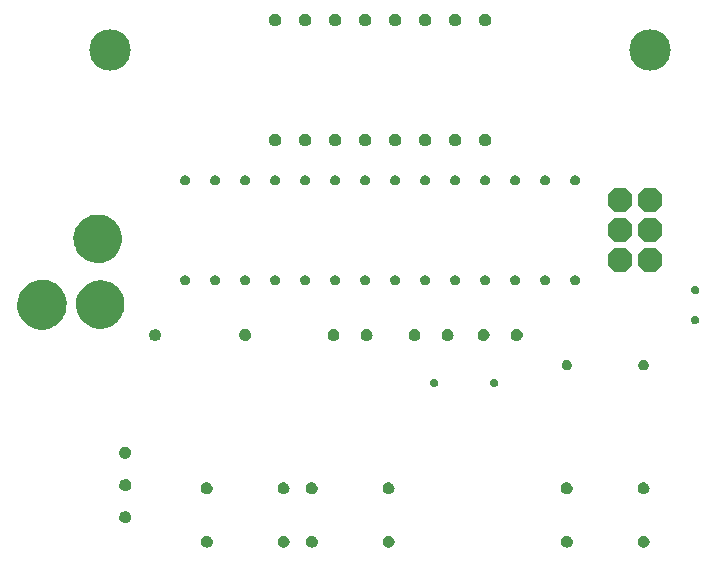
<source format=gbr>
G04 EAGLE Gerber RS-274X export*
G75*
%MOMM*%
%FSLAX34Y34*%
%LPD*%
%INSoldermask Top*%
%IPPOS*%
%AMOC8*
5,1,8,0,0,1.08239X$1,22.5*%
G01*
%ADD10P,2.254402X8X292.500000*%
%ADD11C,3.505200*%

G36*
X-284787Y195025D02*
X-284787Y195025D01*
X-284729Y195025D01*
X-281660Y195488D01*
X-281621Y195501D01*
X-281563Y195510D01*
X-278605Y196448D01*
X-278568Y196467D01*
X-278513Y196485D01*
X-275737Y197874D01*
X-275704Y197898D01*
X-275652Y197925D01*
X-273128Y199731D01*
X-273099Y199760D01*
X-273052Y199795D01*
X-270842Y201973D01*
X-270819Y202005D01*
X-270780Y202043D01*
X-268809Y204662D01*
X-268790Y204699D01*
X-268755Y204746D01*
X-267218Y207641D01*
X-267206Y207680D01*
X-267179Y207732D01*
X-266113Y210832D01*
X-266107Y210872D01*
X-266088Y210928D01*
X-265521Y214156D01*
X-265521Y214197D01*
X-265512Y214255D01*
X-265456Y217532D01*
X-265463Y217573D01*
X-265463Y217632D01*
X-265921Y220877D01*
X-265934Y220916D01*
X-265942Y220974D01*
X-266903Y224108D01*
X-266922Y224145D01*
X-266939Y224201D01*
X-268378Y227146D01*
X-268402Y227179D01*
X-268429Y227231D01*
X-270310Y229915D01*
X-270340Y229944D01*
X-270374Y229992D01*
X-272652Y232348D01*
X-272693Y232377D01*
X-272756Y232434D01*
X-275481Y234256D01*
X-275519Y234272D01*
X-275568Y234304D01*
X-278544Y235677D01*
X-278584Y235688D01*
X-278638Y235712D01*
X-281793Y236602D01*
X-281834Y236606D01*
X-281890Y236621D01*
X-285145Y237007D01*
X-285187Y237005D01*
X-285245Y237011D01*
X-288520Y236883D01*
X-288560Y236874D01*
X-288619Y236871D01*
X-291834Y236232D01*
X-291873Y236217D01*
X-291930Y236205D01*
X-295005Y235071D01*
X-295041Y235050D01*
X-295096Y235029D01*
X-297956Y233428D01*
X-297988Y233402D01*
X-298039Y233373D01*
X-300613Y231344D01*
X-300641Y231313D01*
X-300686Y231276D01*
X-302912Y228869D01*
X-302934Y228835D01*
X-302973Y228792D01*
X-304716Y226194D01*
X-304732Y226157D01*
X-304765Y226108D01*
X-306079Y223269D01*
X-306090Y223229D01*
X-306114Y223176D01*
X-306969Y220167D01*
X-306973Y220126D01*
X-306988Y220069D01*
X-307362Y216963D01*
X-307359Y216922D01*
X-307366Y216864D01*
X-307249Y213738D01*
X-307240Y213698D01*
X-307237Y213639D01*
X-306633Y210570D01*
X-306618Y210531D01*
X-306606Y210474D01*
X-305528Y207537D01*
X-305507Y207502D01*
X-305487Y207447D01*
X-303963Y204715D01*
X-303937Y204683D01*
X-303908Y204632D01*
X-301976Y202172D01*
X-301945Y202144D01*
X-301908Y202099D01*
X-299615Y199971D01*
X-299589Y199954D01*
X-299560Y199926D01*
X-297063Y198083D01*
X-297026Y198065D01*
X-296979Y198030D01*
X-294224Y196601D01*
X-294185Y196589D01*
X-294133Y196562D01*
X-291188Y195581D01*
X-291147Y195576D01*
X-291092Y195558D01*
X-288030Y195049D01*
X-287989Y195050D01*
X-287931Y195041D01*
X-284828Y195018D01*
X-284787Y195025D01*
G37*
G36*
X-235567Y195555D02*
X-235567Y195555D01*
X-235509Y195555D01*
X-232482Y195999D01*
X-232442Y196012D01*
X-232384Y196021D01*
X-229464Y196933D01*
X-229427Y196952D01*
X-229371Y196970D01*
X-226629Y198328D01*
X-226596Y198352D01*
X-226544Y198379D01*
X-224048Y200148D01*
X-224019Y200178D01*
X-223972Y200212D01*
X-221784Y202351D01*
X-221760Y202384D01*
X-221719Y202425D01*
X-219800Y204995D01*
X-219781Y205032D01*
X-219746Y205079D01*
X-218253Y207918D01*
X-218241Y207957D01*
X-218214Y208009D01*
X-217183Y211046D01*
X-217177Y211087D01*
X-217158Y211143D01*
X-216615Y214304D01*
X-216616Y214345D01*
X-216606Y214403D01*
X-216564Y217610D01*
X-216571Y217651D01*
X-216571Y217709D01*
X-217031Y220884D01*
X-217044Y220923D01*
X-217053Y220981D01*
X-218004Y224044D01*
X-218023Y224080D01*
X-218041Y224136D01*
X-219460Y227013D01*
X-219485Y227046D01*
X-219511Y227098D01*
X-221362Y229718D01*
X-221392Y229746D01*
X-221426Y229794D01*
X-223664Y232091D01*
X-223705Y232120D01*
X-223765Y232175D01*
X-226424Y233959D01*
X-226462Y233976D01*
X-226511Y234008D01*
X-229416Y235354D01*
X-229456Y235365D01*
X-229510Y235389D01*
X-232590Y236264D01*
X-232631Y236268D01*
X-232687Y236284D01*
X-235866Y236666D01*
X-235907Y236664D01*
X-235966Y236670D01*
X-239165Y236551D01*
X-239206Y236542D01*
X-239264Y236539D01*
X-242406Y235920D01*
X-242444Y235905D01*
X-242502Y235894D01*
X-245508Y234791D01*
X-245544Y234770D01*
X-245598Y234750D01*
X-248395Y233190D01*
X-248427Y233164D01*
X-248478Y233135D01*
X-250996Y231158D01*
X-251024Y231127D01*
X-251070Y231090D01*
X-253248Y228743D01*
X-253269Y228709D01*
X-253307Y228668D01*
X-255022Y226141D01*
X-255039Y226103D01*
X-255071Y226054D01*
X-256369Y223290D01*
X-256380Y223250D01*
X-256404Y223197D01*
X-257254Y220263D01*
X-257258Y220222D01*
X-257274Y220166D01*
X-257655Y217136D01*
X-257652Y217095D01*
X-257659Y217036D01*
X-257561Y213984D01*
X-257552Y213944D01*
X-257550Y213885D01*
X-256975Y210886D01*
X-256960Y210847D01*
X-256949Y210790D01*
X-255912Y207917D01*
X-255891Y207881D01*
X-255871Y207827D01*
X-254397Y205152D01*
X-254371Y205120D01*
X-254343Y205068D01*
X-252469Y202657D01*
X-252438Y202629D01*
X-252402Y202583D01*
X-250174Y200495D01*
X-250148Y200478D01*
X-250119Y200449D01*
X-247664Y198622D01*
X-247627Y198603D01*
X-247580Y198569D01*
X-244870Y197148D01*
X-244831Y197136D01*
X-244778Y197109D01*
X-241880Y196130D01*
X-241839Y196124D01*
X-241783Y196106D01*
X-238767Y195592D01*
X-238726Y195593D01*
X-238668Y195584D01*
X-235608Y195548D01*
X-235567Y195555D01*
G37*
G36*
X-237541Y251291D02*
X-237541Y251291D01*
X-237482Y251291D01*
X-234455Y251735D01*
X-234416Y251748D01*
X-234358Y251757D01*
X-231437Y252669D01*
X-231400Y252688D01*
X-231345Y252706D01*
X-228603Y254064D01*
X-228570Y254088D01*
X-228517Y254115D01*
X-226021Y255885D01*
X-225992Y255914D01*
X-225945Y255948D01*
X-223757Y258087D01*
X-223733Y258120D01*
X-223692Y258161D01*
X-221773Y260731D01*
X-221754Y260768D01*
X-221720Y260815D01*
X-220226Y263654D01*
X-220214Y263693D01*
X-220187Y263745D01*
X-219156Y266782D01*
X-219150Y266823D01*
X-219131Y266879D01*
X-218588Y270040D01*
X-218589Y270081D01*
X-218579Y270139D01*
X-218537Y273346D01*
X-218544Y273387D01*
X-218544Y273446D01*
X-219004Y276620D01*
X-219017Y276659D01*
X-219026Y276717D01*
X-219978Y279780D01*
X-219997Y279817D01*
X-220015Y279872D01*
X-221433Y282749D01*
X-221458Y282782D01*
X-221484Y282834D01*
X-223336Y285454D01*
X-223365Y285483D01*
X-223399Y285530D01*
X-225638Y287827D01*
X-225678Y287856D01*
X-225738Y287911D01*
X-228397Y289696D01*
X-228435Y289712D01*
X-228484Y289744D01*
X-231389Y291090D01*
X-231429Y291101D01*
X-231483Y291125D01*
X-234563Y292000D01*
X-234604Y292004D01*
X-234660Y292020D01*
X-237839Y292402D01*
X-237881Y292400D01*
X-237939Y292406D01*
X-241139Y292287D01*
X-241179Y292278D01*
X-241237Y292275D01*
X-244379Y291657D01*
X-244418Y291642D01*
X-244475Y291630D01*
X-247481Y290527D01*
X-247517Y290506D01*
X-247572Y290486D01*
X-250368Y288927D01*
X-250400Y288900D01*
X-250451Y288871D01*
X-252969Y286894D01*
X-252997Y286863D01*
X-253043Y286826D01*
X-255221Y284479D01*
X-255242Y284446D01*
X-255281Y284404D01*
X-256995Y281877D01*
X-257012Y281839D01*
X-257044Y281790D01*
X-258343Y279026D01*
X-258353Y278986D01*
X-258378Y278933D01*
X-259227Y276000D01*
X-259232Y275958D01*
X-259247Y275902D01*
X-259628Y272872D01*
X-259625Y272831D01*
X-259632Y272772D01*
X-259534Y269720D01*
X-259525Y269680D01*
X-259523Y269621D01*
X-258948Y266622D01*
X-258933Y266583D01*
X-258922Y266526D01*
X-257885Y263653D01*
X-257864Y263618D01*
X-257844Y263563D01*
X-256370Y260888D01*
X-256345Y260856D01*
X-256316Y260804D01*
X-254442Y258393D01*
X-254411Y258365D01*
X-254375Y258319D01*
X-252147Y256231D01*
X-252121Y256214D01*
X-252092Y256185D01*
X-249637Y254358D01*
X-249600Y254339D01*
X-249553Y254305D01*
X-246843Y252884D01*
X-246804Y252872D01*
X-246752Y252845D01*
X-243853Y251866D01*
X-243812Y251860D01*
X-243756Y251842D01*
X-240740Y251329D01*
X-240699Y251329D01*
X-240641Y251320D01*
X-237581Y251284D01*
X-237541Y251291D01*
G37*
G36*
X-38041Y451899D02*
X-38041Y451899D01*
X-37947Y451896D01*
X-36911Y452021D01*
X-36862Y452036D01*
X-36772Y452054D01*
X-35790Y452407D01*
X-35746Y452432D01*
X-35662Y452469D01*
X-34783Y453032D01*
X-34746Y453066D01*
X-34673Y453121D01*
X-33940Y453865D01*
X-33912Y453907D01*
X-33853Y453977D01*
X-33305Y454866D01*
X-33286Y454912D01*
X-33244Y454994D01*
X-32908Y455982D01*
X-32900Y456032D01*
X-32877Y456121D01*
X-32769Y457159D01*
X-32773Y457209D01*
X-32770Y457296D01*
X-32887Y458330D01*
X-32893Y458352D01*
X-32893Y458365D01*
X-32903Y458388D01*
X-32918Y458469D01*
X-33262Y459451D01*
X-33287Y459495D01*
X-33324Y459579D01*
X-33878Y460461D01*
X-33912Y460498D01*
X-33966Y460572D01*
X-34702Y461308D01*
X-34744Y461336D01*
X-34813Y461396D01*
X-35695Y461950D01*
X-35742Y461969D01*
X-35823Y462011D01*
X-36805Y462355D01*
X-36855Y462363D01*
X-36944Y462387D01*
X-37978Y462503D01*
X-38028Y462500D01*
X-38113Y462504D01*
X-39154Y462398D01*
X-39203Y462384D01*
X-39293Y462368D01*
X-40285Y462033D01*
X-40329Y462009D01*
X-40414Y461973D01*
X-41306Y461426D01*
X-41344Y461393D01*
X-41418Y461339D01*
X-42166Y460607D01*
X-42196Y460565D01*
X-42256Y460497D01*
X-42823Y459616D01*
X-42842Y459570D01*
X-42886Y459489D01*
X-43242Y458505D01*
X-43251Y458455D01*
X-43275Y458367D01*
X-43403Y457328D01*
X-43401Y457278D01*
X-43404Y457178D01*
X-43283Y456123D01*
X-43268Y456075D01*
X-43251Y455985D01*
X-42898Y454984D01*
X-42873Y454940D01*
X-42836Y454856D01*
X-42269Y453959D01*
X-42235Y453922D01*
X-42180Y453848D01*
X-41428Y453100D01*
X-41386Y453072D01*
X-41316Y453012D01*
X-40416Y452450D01*
X-40369Y452432D01*
X-40288Y452389D01*
X-39285Y452042D01*
X-39235Y452034D01*
X-39147Y452011D01*
X-38092Y451896D01*
X-38041Y451899D01*
G37*
G36*
X12759Y451899D02*
X12759Y451899D01*
X12853Y451896D01*
X13889Y452021D01*
X13938Y452036D01*
X14028Y452054D01*
X15010Y452407D01*
X15054Y452432D01*
X15138Y452469D01*
X16017Y453032D01*
X16054Y453066D01*
X16127Y453121D01*
X16860Y453865D01*
X16888Y453907D01*
X16947Y453977D01*
X17495Y454866D01*
X17514Y454912D01*
X17556Y454994D01*
X17892Y455982D01*
X17900Y456032D01*
X17923Y456121D01*
X18031Y457159D01*
X18027Y457209D01*
X18030Y457296D01*
X17914Y458330D01*
X17907Y458352D01*
X17907Y458365D01*
X17897Y458388D01*
X17882Y458469D01*
X17538Y459451D01*
X17513Y459495D01*
X17476Y459579D01*
X16922Y460461D01*
X16888Y460498D01*
X16834Y460572D01*
X16098Y461308D01*
X16056Y461336D01*
X15987Y461396D01*
X15105Y461950D01*
X15059Y461969D01*
X14977Y462011D01*
X13995Y462355D01*
X13945Y462363D01*
X13856Y462387D01*
X12822Y462503D01*
X12772Y462500D01*
X12687Y462504D01*
X11646Y462398D01*
X11597Y462384D01*
X11507Y462368D01*
X10515Y462033D01*
X10471Y462009D01*
X10386Y461973D01*
X9494Y461426D01*
X9456Y461393D01*
X9382Y461339D01*
X8634Y460607D01*
X8604Y460565D01*
X8544Y460497D01*
X7977Y459616D01*
X7958Y459570D01*
X7914Y459489D01*
X7558Y458505D01*
X7549Y458455D01*
X7525Y458367D01*
X7397Y457328D01*
X7399Y457278D01*
X7396Y457178D01*
X7517Y456123D01*
X7532Y456075D01*
X7549Y455985D01*
X7902Y454984D01*
X7927Y454940D01*
X7964Y454856D01*
X8531Y453959D01*
X8565Y453922D01*
X8620Y453848D01*
X9372Y453100D01*
X9414Y453072D01*
X9484Y453012D01*
X10384Y452450D01*
X10431Y452432D01*
X10512Y452389D01*
X11515Y452042D01*
X11565Y452034D01*
X11653Y452011D01*
X12708Y451896D01*
X12759Y451899D01*
G37*
G36*
X63559Y451899D02*
X63559Y451899D01*
X63653Y451896D01*
X64689Y452021D01*
X64738Y452036D01*
X64828Y452054D01*
X65810Y452407D01*
X65854Y452432D01*
X65938Y452469D01*
X66817Y453032D01*
X66854Y453066D01*
X66927Y453121D01*
X67660Y453865D01*
X67688Y453907D01*
X67747Y453977D01*
X68295Y454866D01*
X68314Y454912D01*
X68356Y454994D01*
X68692Y455982D01*
X68700Y456032D01*
X68723Y456121D01*
X68831Y457159D01*
X68827Y457209D01*
X68830Y457296D01*
X68714Y458330D01*
X68707Y458352D01*
X68707Y458365D01*
X68697Y458388D01*
X68682Y458469D01*
X68338Y459451D01*
X68313Y459495D01*
X68276Y459579D01*
X67722Y460461D01*
X67688Y460498D01*
X67634Y460572D01*
X66898Y461308D01*
X66856Y461336D01*
X66787Y461396D01*
X65905Y461950D01*
X65859Y461969D01*
X65777Y462011D01*
X64795Y462355D01*
X64745Y462363D01*
X64656Y462387D01*
X63622Y462503D01*
X63572Y462500D01*
X63487Y462504D01*
X62446Y462398D01*
X62397Y462384D01*
X62307Y462368D01*
X61315Y462033D01*
X61271Y462009D01*
X61186Y461973D01*
X60294Y461426D01*
X60256Y461393D01*
X60182Y461339D01*
X59434Y460607D01*
X59404Y460565D01*
X59344Y460497D01*
X58777Y459616D01*
X58758Y459570D01*
X58714Y459489D01*
X58358Y458505D01*
X58349Y458455D01*
X58325Y458367D01*
X58197Y457328D01*
X58199Y457278D01*
X58196Y457178D01*
X58317Y456123D01*
X58332Y456075D01*
X58349Y455985D01*
X58702Y454984D01*
X58727Y454940D01*
X58764Y454856D01*
X59331Y453959D01*
X59365Y453922D01*
X59420Y453848D01*
X60172Y453100D01*
X60214Y453072D01*
X60284Y453012D01*
X61184Y452450D01*
X61231Y452432D01*
X61312Y452389D01*
X62315Y452042D01*
X62365Y452034D01*
X62453Y452011D01*
X63508Y451896D01*
X63559Y451899D01*
G37*
G36*
X-12641Y451899D02*
X-12641Y451899D01*
X-12547Y451896D01*
X-11511Y452021D01*
X-11462Y452036D01*
X-11372Y452054D01*
X-10390Y452407D01*
X-10346Y452432D01*
X-10262Y452469D01*
X-9383Y453032D01*
X-9346Y453066D01*
X-9273Y453121D01*
X-8540Y453865D01*
X-8512Y453907D01*
X-8453Y453977D01*
X-7905Y454866D01*
X-7886Y454912D01*
X-7844Y454994D01*
X-7508Y455982D01*
X-7500Y456032D01*
X-7477Y456121D01*
X-7369Y457159D01*
X-7373Y457209D01*
X-7370Y457296D01*
X-7487Y458330D01*
X-7493Y458352D01*
X-7493Y458365D01*
X-7503Y458388D01*
X-7518Y458469D01*
X-7862Y459451D01*
X-7887Y459495D01*
X-7924Y459579D01*
X-8478Y460461D01*
X-8512Y460498D01*
X-8566Y460572D01*
X-9302Y461308D01*
X-9344Y461336D01*
X-9413Y461396D01*
X-10295Y461950D01*
X-10342Y461969D01*
X-10423Y462011D01*
X-11405Y462355D01*
X-11455Y462363D01*
X-11544Y462387D01*
X-12578Y462503D01*
X-12628Y462500D01*
X-12713Y462504D01*
X-13754Y462398D01*
X-13803Y462384D01*
X-13893Y462368D01*
X-14885Y462033D01*
X-14929Y462009D01*
X-15014Y461973D01*
X-15906Y461426D01*
X-15944Y461393D01*
X-16018Y461339D01*
X-16766Y460607D01*
X-16796Y460565D01*
X-16856Y460497D01*
X-17423Y459616D01*
X-17442Y459570D01*
X-17486Y459489D01*
X-17842Y458505D01*
X-17851Y458455D01*
X-17875Y458367D01*
X-18003Y457328D01*
X-18001Y457278D01*
X-18004Y457178D01*
X-17883Y456123D01*
X-17868Y456075D01*
X-17851Y455985D01*
X-17498Y454984D01*
X-17473Y454940D01*
X-17436Y454856D01*
X-16869Y453959D01*
X-16835Y453922D01*
X-16780Y453848D01*
X-16028Y453100D01*
X-15986Y453072D01*
X-15916Y453012D01*
X-15016Y452450D01*
X-14969Y452432D01*
X-14888Y452389D01*
X-13885Y452042D01*
X-13835Y452034D01*
X-13747Y452011D01*
X-12692Y451896D01*
X-12641Y451899D01*
G37*
G36*
X88959Y451899D02*
X88959Y451899D01*
X89053Y451896D01*
X90089Y452021D01*
X90138Y452036D01*
X90228Y452054D01*
X91210Y452407D01*
X91254Y452432D01*
X91338Y452469D01*
X92217Y453032D01*
X92254Y453066D01*
X92327Y453121D01*
X93060Y453865D01*
X93088Y453907D01*
X93147Y453977D01*
X93695Y454866D01*
X93714Y454912D01*
X93756Y454994D01*
X94092Y455982D01*
X94100Y456032D01*
X94123Y456121D01*
X94231Y457159D01*
X94227Y457209D01*
X94230Y457296D01*
X94114Y458330D01*
X94107Y458352D01*
X94107Y458365D01*
X94097Y458388D01*
X94082Y458469D01*
X93738Y459451D01*
X93713Y459495D01*
X93676Y459579D01*
X93122Y460461D01*
X93088Y460498D01*
X93034Y460572D01*
X92298Y461308D01*
X92256Y461336D01*
X92187Y461396D01*
X91305Y461950D01*
X91259Y461969D01*
X91177Y462011D01*
X90195Y462355D01*
X90145Y462363D01*
X90056Y462387D01*
X89022Y462503D01*
X88972Y462500D01*
X88887Y462504D01*
X87846Y462398D01*
X87797Y462384D01*
X87707Y462368D01*
X86715Y462033D01*
X86671Y462009D01*
X86586Y461973D01*
X85694Y461426D01*
X85656Y461393D01*
X85582Y461339D01*
X84834Y460607D01*
X84804Y460565D01*
X84744Y460497D01*
X84177Y459616D01*
X84158Y459570D01*
X84114Y459489D01*
X83758Y458505D01*
X83749Y458455D01*
X83725Y458367D01*
X83597Y457328D01*
X83599Y457278D01*
X83596Y457178D01*
X83717Y456123D01*
X83732Y456075D01*
X83749Y455985D01*
X84102Y454984D01*
X84127Y454940D01*
X84164Y454856D01*
X84731Y453959D01*
X84765Y453922D01*
X84820Y453848D01*
X85572Y453100D01*
X85614Y453072D01*
X85684Y453012D01*
X86584Y452450D01*
X86631Y452432D01*
X86712Y452389D01*
X87715Y452042D01*
X87765Y452034D01*
X87853Y452011D01*
X88908Y451896D01*
X88959Y451899D01*
G37*
G36*
X38159Y451899D02*
X38159Y451899D01*
X38253Y451896D01*
X39289Y452021D01*
X39338Y452036D01*
X39428Y452054D01*
X40410Y452407D01*
X40454Y452432D01*
X40538Y452469D01*
X41417Y453032D01*
X41454Y453066D01*
X41527Y453121D01*
X42260Y453865D01*
X42288Y453907D01*
X42347Y453977D01*
X42895Y454866D01*
X42914Y454912D01*
X42956Y454994D01*
X43292Y455982D01*
X43300Y456032D01*
X43323Y456121D01*
X43431Y457159D01*
X43427Y457209D01*
X43430Y457296D01*
X43314Y458330D01*
X43307Y458352D01*
X43307Y458365D01*
X43297Y458388D01*
X43282Y458469D01*
X42938Y459451D01*
X42913Y459495D01*
X42876Y459579D01*
X42322Y460461D01*
X42288Y460498D01*
X42234Y460572D01*
X41498Y461308D01*
X41456Y461336D01*
X41387Y461396D01*
X40505Y461950D01*
X40459Y461969D01*
X40377Y462011D01*
X39395Y462355D01*
X39345Y462363D01*
X39256Y462387D01*
X38222Y462503D01*
X38172Y462500D01*
X38087Y462504D01*
X37046Y462398D01*
X36997Y462384D01*
X36907Y462368D01*
X35915Y462033D01*
X35871Y462009D01*
X35786Y461973D01*
X34894Y461426D01*
X34856Y461393D01*
X34782Y461339D01*
X34034Y460607D01*
X34004Y460565D01*
X33944Y460497D01*
X33377Y459616D01*
X33358Y459570D01*
X33314Y459489D01*
X32958Y458505D01*
X32949Y458455D01*
X32925Y458367D01*
X32797Y457328D01*
X32799Y457278D01*
X32796Y457178D01*
X32917Y456123D01*
X32932Y456075D01*
X32949Y455985D01*
X33302Y454984D01*
X33327Y454940D01*
X33364Y454856D01*
X33931Y453959D01*
X33965Y453922D01*
X34020Y453848D01*
X34772Y453100D01*
X34814Y453072D01*
X34884Y453012D01*
X35784Y452450D01*
X35831Y452432D01*
X35912Y452389D01*
X36915Y452042D01*
X36965Y452034D01*
X37053Y452011D01*
X38108Y451896D01*
X38159Y451899D01*
G37*
G36*
X-63441Y451899D02*
X-63441Y451899D01*
X-63347Y451896D01*
X-62311Y452021D01*
X-62262Y452036D01*
X-62172Y452054D01*
X-61190Y452407D01*
X-61146Y452432D01*
X-61062Y452469D01*
X-60183Y453032D01*
X-60146Y453066D01*
X-60073Y453121D01*
X-59340Y453865D01*
X-59312Y453907D01*
X-59253Y453977D01*
X-58705Y454866D01*
X-58686Y454912D01*
X-58644Y454994D01*
X-58308Y455982D01*
X-58300Y456032D01*
X-58277Y456121D01*
X-58169Y457159D01*
X-58173Y457209D01*
X-58170Y457296D01*
X-58287Y458330D01*
X-58293Y458352D01*
X-58293Y458365D01*
X-58303Y458388D01*
X-58318Y458469D01*
X-58662Y459451D01*
X-58687Y459495D01*
X-58724Y459579D01*
X-59278Y460461D01*
X-59312Y460498D01*
X-59366Y460572D01*
X-60102Y461308D01*
X-60144Y461336D01*
X-60213Y461396D01*
X-61095Y461950D01*
X-61142Y461969D01*
X-61223Y462011D01*
X-62205Y462355D01*
X-62255Y462363D01*
X-62344Y462387D01*
X-63378Y462503D01*
X-63428Y462500D01*
X-63513Y462504D01*
X-64554Y462398D01*
X-64603Y462384D01*
X-64693Y462368D01*
X-65685Y462033D01*
X-65729Y462009D01*
X-65814Y461973D01*
X-66706Y461426D01*
X-66744Y461393D01*
X-66818Y461339D01*
X-67566Y460607D01*
X-67596Y460565D01*
X-67656Y460497D01*
X-68223Y459616D01*
X-68242Y459570D01*
X-68286Y459489D01*
X-68642Y458505D01*
X-68651Y458455D01*
X-68675Y458367D01*
X-68803Y457328D01*
X-68801Y457278D01*
X-68804Y457178D01*
X-68683Y456123D01*
X-68668Y456075D01*
X-68651Y455985D01*
X-68298Y454984D01*
X-68273Y454940D01*
X-68236Y454856D01*
X-67669Y453959D01*
X-67635Y453922D01*
X-67580Y453848D01*
X-66828Y453100D01*
X-66786Y453072D01*
X-66716Y453012D01*
X-65816Y452450D01*
X-65769Y452432D01*
X-65688Y452389D01*
X-64685Y452042D01*
X-64635Y452034D01*
X-64547Y452011D01*
X-63492Y451896D01*
X-63441Y451899D01*
G37*
G36*
X-88841Y451899D02*
X-88841Y451899D01*
X-88747Y451896D01*
X-87711Y452021D01*
X-87662Y452036D01*
X-87572Y452054D01*
X-86590Y452407D01*
X-86546Y452432D01*
X-86462Y452469D01*
X-85583Y453032D01*
X-85546Y453066D01*
X-85473Y453121D01*
X-84740Y453865D01*
X-84712Y453907D01*
X-84653Y453977D01*
X-84105Y454866D01*
X-84086Y454912D01*
X-84044Y454994D01*
X-83708Y455982D01*
X-83700Y456032D01*
X-83677Y456121D01*
X-83569Y457159D01*
X-83573Y457209D01*
X-83570Y457296D01*
X-83687Y458330D01*
X-83693Y458352D01*
X-83693Y458365D01*
X-83703Y458388D01*
X-83718Y458469D01*
X-84062Y459451D01*
X-84087Y459495D01*
X-84124Y459579D01*
X-84678Y460461D01*
X-84712Y460498D01*
X-84766Y460572D01*
X-85502Y461308D01*
X-85544Y461336D01*
X-85613Y461396D01*
X-86495Y461950D01*
X-86542Y461969D01*
X-86623Y462011D01*
X-87605Y462355D01*
X-87655Y462363D01*
X-87744Y462387D01*
X-88778Y462503D01*
X-88828Y462500D01*
X-88913Y462504D01*
X-89954Y462398D01*
X-90003Y462384D01*
X-90093Y462368D01*
X-91085Y462033D01*
X-91129Y462009D01*
X-91214Y461973D01*
X-92106Y461426D01*
X-92144Y461393D01*
X-92218Y461339D01*
X-92966Y460607D01*
X-92996Y460565D01*
X-93056Y460497D01*
X-93623Y459616D01*
X-93642Y459570D01*
X-93686Y459489D01*
X-94042Y458505D01*
X-94051Y458455D01*
X-94075Y458367D01*
X-94203Y457328D01*
X-94201Y457278D01*
X-94204Y457178D01*
X-94083Y456123D01*
X-94068Y456075D01*
X-94051Y455985D01*
X-93698Y454984D01*
X-93673Y454940D01*
X-93636Y454856D01*
X-93069Y453959D01*
X-93035Y453922D01*
X-92980Y453848D01*
X-92228Y453100D01*
X-92186Y453072D01*
X-92116Y453012D01*
X-91216Y452450D01*
X-91169Y452432D01*
X-91088Y452389D01*
X-90085Y452042D01*
X-90035Y452034D01*
X-89947Y452011D01*
X-88892Y451896D01*
X-88841Y451899D01*
G37*
G36*
X38159Y350299D02*
X38159Y350299D01*
X38253Y350296D01*
X39289Y350421D01*
X39338Y350436D01*
X39428Y350454D01*
X40410Y350807D01*
X40454Y350832D01*
X40538Y350869D01*
X41417Y351432D01*
X41454Y351466D01*
X41527Y351521D01*
X42260Y352265D01*
X42288Y352307D01*
X42347Y352377D01*
X42895Y353266D01*
X42914Y353312D01*
X42956Y353394D01*
X43292Y354382D01*
X43300Y354432D01*
X43323Y354521D01*
X43431Y355559D01*
X43427Y355609D01*
X43430Y355696D01*
X43314Y356730D01*
X43307Y356752D01*
X43307Y356765D01*
X43297Y356788D01*
X43282Y356869D01*
X42938Y357851D01*
X42913Y357895D01*
X42876Y357979D01*
X42322Y358861D01*
X42288Y358898D01*
X42234Y358972D01*
X41498Y359708D01*
X41456Y359736D01*
X41387Y359796D01*
X40505Y360350D01*
X40459Y360369D01*
X40377Y360411D01*
X39395Y360755D01*
X39345Y360763D01*
X39256Y360787D01*
X38222Y360903D01*
X38172Y360900D01*
X38087Y360904D01*
X37046Y360798D01*
X36997Y360784D01*
X36907Y360768D01*
X35915Y360433D01*
X35871Y360409D01*
X35786Y360373D01*
X34894Y359826D01*
X34856Y359793D01*
X34782Y359739D01*
X34034Y359007D01*
X34004Y358965D01*
X33944Y358897D01*
X33377Y358016D01*
X33358Y357970D01*
X33314Y357889D01*
X32958Y356905D01*
X32949Y356855D01*
X32925Y356767D01*
X32797Y355728D01*
X32799Y355678D01*
X32796Y355578D01*
X32917Y354523D01*
X32932Y354475D01*
X32949Y354385D01*
X33302Y353384D01*
X33327Y353340D01*
X33364Y353256D01*
X33931Y352359D01*
X33965Y352322D01*
X34020Y352248D01*
X34772Y351500D01*
X34814Y351472D01*
X34884Y351412D01*
X35784Y350850D01*
X35831Y350832D01*
X35912Y350789D01*
X36915Y350442D01*
X36965Y350434D01*
X37053Y350411D01*
X38108Y350296D01*
X38159Y350299D01*
G37*
G36*
X63559Y350299D02*
X63559Y350299D01*
X63653Y350296D01*
X64689Y350421D01*
X64738Y350436D01*
X64828Y350454D01*
X65810Y350807D01*
X65854Y350832D01*
X65938Y350869D01*
X66817Y351432D01*
X66854Y351466D01*
X66927Y351521D01*
X67660Y352265D01*
X67688Y352307D01*
X67747Y352377D01*
X68295Y353266D01*
X68314Y353312D01*
X68356Y353394D01*
X68692Y354382D01*
X68700Y354432D01*
X68723Y354521D01*
X68831Y355559D01*
X68827Y355609D01*
X68830Y355696D01*
X68714Y356730D01*
X68707Y356752D01*
X68707Y356765D01*
X68697Y356788D01*
X68682Y356869D01*
X68338Y357851D01*
X68313Y357895D01*
X68276Y357979D01*
X67722Y358861D01*
X67688Y358898D01*
X67634Y358972D01*
X66898Y359708D01*
X66856Y359736D01*
X66787Y359796D01*
X65905Y360350D01*
X65859Y360369D01*
X65777Y360411D01*
X64795Y360755D01*
X64745Y360763D01*
X64656Y360787D01*
X63622Y360903D01*
X63572Y360900D01*
X63487Y360904D01*
X62446Y360798D01*
X62397Y360784D01*
X62307Y360768D01*
X61315Y360433D01*
X61271Y360409D01*
X61186Y360373D01*
X60294Y359826D01*
X60256Y359793D01*
X60182Y359739D01*
X59434Y359007D01*
X59404Y358965D01*
X59344Y358897D01*
X58777Y358016D01*
X58758Y357970D01*
X58714Y357889D01*
X58358Y356905D01*
X58349Y356855D01*
X58325Y356767D01*
X58197Y355728D01*
X58199Y355678D01*
X58196Y355578D01*
X58317Y354523D01*
X58332Y354475D01*
X58349Y354385D01*
X58702Y353384D01*
X58727Y353340D01*
X58764Y353256D01*
X59331Y352359D01*
X59365Y352322D01*
X59420Y352248D01*
X60172Y351500D01*
X60214Y351472D01*
X60284Y351412D01*
X61184Y350850D01*
X61231Y350832D01*
X61312Y350789D01*
X62315Y350442D01*
X62365Y350434D01*
X62453Y350411D01*
X63508Y350296D01*
X63559Y350299D01*
G37*
G36*
X88959Y350299D02*
X88959Y350299D01*
X89053Y350296D01*
X90089Y350421D01*
X90138Y350436D01*
X90228Y350454D01*
X91210Y350807D01*
X91254Y350832D01*
X91338Y350869D01*
X92217Y351432D01*
X92254Y351466D01*
X92327Y351521D01*
X93060Y352265D01*
X93088Y352307D01*
X93147Y352377D01*
X93695Y353266D01*
X93714Y353312D01*
X93756Y353394D01*
X94092Y354382D01*
X94100Y354432D01*
X94123Y354521D01*
X94231Y355559D01*
X94227Y355609D01*
X94230Y355696D01*
X94114Y356730D01*
X94107Y356752D01*
X94107Y356765D01*
X94097Y356788D01*
X94082Y356869D01*
X93738Y357851D01*
X93713Y357895D01*
X93676Y357979D01*
X93122Y358861D01*
X93088Y358898D01*
X93034Y358972D01*
X92298Y359708D01*
X92256Y359736D01*
X92187Y359796D01*
X91305Y360350D01*
X91259Y360369D01*
X91177Y360411D01*
X90195Y360755D01*
X90145Y360763D01*
X90056Y360787D01*
X89022Y360903D01*
X88972Y360900D01*
X88887Y360904D01*
X87846Y360798D01*
X87797Y360784D01*
X87707Y360768D01*
X86715Y360433D01*
X86671Y360409D01*
X86586Y360373D01*
X85694Y359826D01*
X85656Y359793D01*
X85582Y359739D01*
X84834Y359007D01*
X84804Y358965D01*
X84744Y358897D01*
X84177Y358016D01*
X84158Y357970D01*
X84114Y357889D01*
X83758Y356905D01*
X83749Y356855D01*
X83725Y356767D01*
X83597Y355728D01*
X83599Y355678D01*
X83596Y355578D01*
X83717Y354523D01*
X83732Y354475D01*
X83749Y354385D01*
X84102Y353384D01*
X84127Y353340D01*
X84164Y353256D01*
X84731Y352359D01*
X84765Y352322D01*
X84820Y352248D01*
X85572Y351500D01*
X85614Y351472D01*
X85684Y351412D01*
X86584Y350850D01*
X86631Y350832D01*
X86712Y350789D01*
X87715Y350442D01*
X87765Y350434D01*
X87853Y350411D01*
X88908Y350296D01*
X88959Y350299D01*
G37*
G36*
X-63441Y350299D02*
X-63441Y350299D01*
X-63347Y350296D01*
X-62311Y350421D01*
X-62262Y350436D01*
X-62172Y350454D01*
X-61190Y350807D01*
X-61146Y350832D01*
X-61062Y350869D01*
X-60183Y351432D01*
X-60146Y351466D01*
X-60073Y351521D01*
X-59340Y352265D01*
X-59312Y352307D01*
X-59253Y352377D01*
X-58705Y353266D01*
X-58686Y353312D01*
X-58644Y353394D01*
X-58308Y354382D01*
X-58300Y354432D01*
X-58277Y354521D01*
X-58169Y355559D01*
X-58173Y355609D01*
X-58170Y355696D01*
X-58287Y356730D01*
X-58293Y356752D01*
X-58293Y356765D01*
X-58303Y356788D01*
X-58318Y356869D01*
X-58662Y357851D01*
X-58687Y357895D01*
X-58724Y357979D01*
X-59278Y358861D01*
X-59312Y358898D01*
X-59366Y358972D01*
X-60102Y359708D01*
X-60144Y359736D01*
X-60213Y359796D01*
X-61095Y360350D01*
X-61142Y360369D01*
X-61223Y360411D01*
X-62205Y360755D01*
X-62255Y360763D01*
X-62344Y360787D01*
X-63378Y360903D01*
X-63428Y360900D01*
X-63513Y360904D01*
X-64554Y360798D01*
X-64603Y360784D01*
X-64693Y360768D01*
X-65685Y360433D01*
X-65729Y360409D01*
X-65814Y360373D01*
X-66706Y359826D01*
X-66744Y359793D01*
X-66818Y359739D01*
X-67566Y359007D01*
X-67596Y358965D01*
X-67656Y358897D01*
X-68223Y358016D01*
X-68242Y357970D01*
X-68286Y357889D01*
X-68642Y356905D01*
X-68651Y356855D01*
X-68675Y356767D01*
X-68803Y355728D01*
X-68801Y355678D01*
X-68804Y355578D01*
X-68683Y354523D01*
X-68668Y354475D01*
X-68651Y354385D01*
X-68298Y353384D01*
X-68273Y353340D01*
X-68236Y353256D01*
X-67669Y352359D01*
X-67635Y352322D01*
X-67580Y352248D01*
X-66828Y351500D01*
X-66786Y351472D01*
X-66716Y351412D01*
X-65816Y350850D01*
X-65769Y350832D01*
X-65688Y350789D01*
X-64685Y350442D01*
X-64635Y350434D01*
X-64547Y350411D01*
X-63492Y350296D01*
X-63441Y350299D01*
G37*
G36*
X-38041Y350299D02*
X-38041Y350299D01*
X-37947Y350296D01*
X-36911Y350421D01*
X-36862Y350436D01*
X-36772Y350454D01*
X-35790Y350807D01*
X-35746Y350832D01*
X-35662Y350869D01*
X-34783Y351432D01*
X-34746Y351466D01*
X-34673Y351521D01*
X-33940Y352265D01*
X-33912Y352307D01*
X-33853Y352377D01*
X-33305Y353266D01*
X-33286Y353312D01*
X-33244Y353394D01*
X-32908Y354382D01*
X-32900Y354432D01*
X-32877Y354521D01*
X-32769Y355559D01*
X-32773Y355609D01*
X-32770Y355696D01*
X-32887Y356730D01*
X-32893Y356752D01*
X-32893Y356765D01*
X-32903Y356788D01*
X-32918Y356869D01*
X-33262Y357851D01*
X-33287Y357895D01*
X-33324Y357979D01*
X-33878Y358861D01*
X-33912Y358898D01*
X-33966Y358972D01*
X-34702Y359708D01*
X-34744Y359736D01*
X-34813Y359796D01*
X-35695Y360350D01*
X-35742Y360369D01*
X-35823Y360411D01*
X-36805Y360755D01*
X-36855Y360763D01*
X-36944Y360787D01*
X-37978Y360903D01*
X-38028Y360900D01*
X-38113Y360904D01*
X-39154Y360798D01*
X-39203Y360784D01*
X-39293Y360768D01*
X-40285Y360433D01*
X-40329Y360409D01*
X-40414Y360373D01*
X-41306Y359826D01*
X-41344Y359793D01*
X-41418Y359739D01*
X-42166Y359007D01*
X-42196Y358965D01*
X-42256Y358897D01*
X-42823Y358016D01*
X-42842Y357970D01*
X-42886Y357889D01*
X-43242Y356905D01*
X-43251Y356855D01*
X-43275Y356767D01*
X-43403Y355728D01*
X-43401Y355678D01*
X-43404Y355578D01*
X-43283Y354523D01*
X-43268Y354475D01*
X-43251Y354385D01*
X-42898Y353384D01*
X-42873Y353340D01*
X-42836Y353256D01*
X-42269Y352359D01*
X-42235Y352322D01*
X-42180Y352248D01*
X-41428Y351500D01*
X-41386Y351472D01*
X-41316Y351412D01*
X-40416Y350850D01*
X-40369Y350832D01*
X-40288Y350789D01*
X-39285Y350442D01*
X-39235Y350434D01*
X-39147Y350411D01*
X-38092Y350296D01*
X-38041Y350299D01*
G37*
G36*
X-12641Y350299D02*
X-12641Y350299D01*
X-12547Y350296D01*
X-11511Y350421D01*
X-11462Y350436D01*
X-11372Y350454D01*
X-10390Y350807D01*
X-10346Y350832D01*
X-10262Y350869D01*
X-9383Y351432D01*
X-9346Y351466D01*
X-9273Y351521D01*
X-8540Y352265D01*
X-8512Y352307D01*
X-8453Y352377D01*
X-7905Y353266D01*
X-7886Y353312D01*
X-7844Y353394D01*
X-7508Y354382D01*
X-7500Y354432D01*
X-7477Y354521D01*
X-7369Y355559D01*
X-7373Y355609D01*
X-7370Y355696D01*
X-7487Y356730D01*
X-7493Y356752D01*
X-7493Y356765D01*
X-7503Y356788D01*
X-7518Y356869D01*
X-7862Y357851D01*
X-7887Y357895D01*
X-7924Y357979D01*
X-8478Y358861D01*
X-8512Y358898D01*
X-8566Y358972D01*
X-9302Y359708D01*
X-9344Y359736D01*
X-9413Y359796D01*
X-10295Y360350D01*
X-10342Y360369D01*
X-10423Y360411D01*
X-11405Y360755D01*
X-11455Y360763D01*
X-11544Y360787D01*
X-12578Y360903D01*
X-12628Y360900D01*
X-12713Y360904D01*
X-13754Y360798D01*
X-13803Y360784D01*
X-13893Y360768D01*
X-14885Y360433D01*
X-14929Y360409D01*
X-15014Y360373D01*
X-15906Y359826D01*
X-15944Y359793D01*
X-16018Y359739D01*
X-16766Y359007D01*
X-16796Y358965D01*
X-16856Y358897D01*
X-17423Y358016D01*
X-17442Y357970D01*
X-17486Y357889D01*
X-17842Y356905D01*
X-17851Y356855D01*
X-17875Y356767D01*
X-18003Y355728D01*
X-18001Y355678D01*
X-18004Y355578D01*
X-17883Y354523D01*
X-17868Y354475D01*
X-17851Y354385D01*
X-17498Y353384D01*
X-17473Y353340D01*
X-17436Y353256D01*
X-16869Y352359D01*
X-16835Y352322D01*
X-16780Y352248D01*
X-16028Y351500D01*
X-15986Y351472D01*
X-15916Y351412D01*
X-15016Y350850D01*
X-14969Y350832D01*
X-14888Y350789D01*
X-13885Y350442D01*
X-13835Y350434D01*
X-13747Y350411D01*
X-12692Y350296D01*
X-12641Y350299D01*
G37*
G36*
X-88841Y350299D02*
X-88841Y350299D01*
X-88747Y350296D01*
X-87711Y350421D01*
X-87662Y350436D01*
X-87572Y350454D01*
X-86590Y350807D01*
X-86546Y350832D01*
X-86462Y350869D01*
X-85583Y351432D01*
X-85546Y351466D01*
X-85473Y351521D01*
X-84740Y352265D01*
X-84712Y352307D01*
X-84653Y352377D01*
X-84105Y353266D01*
X-84086Y353312D01*
X-84044Y353394D01*
X-83708Y354382D01*
X-83700Y354432D01*
X-83677Y354521D01*
X-83569Y355559D01*
X-83573Y355609D01*
X-83570Y355696D01*
X-83687Y356730D01*
X-83693Y356752D01*
X-83693Y356765D01*
X-83703Y356788D01*
X-83718Y356869D01*
X-84062Y357851D01*
X-84087Y357895D01*
X-84124Y357979D01*
X-84678Y358861D01*
X-84712Y358898D01*
X-84766Y358972D01*
X-85502Y359708D01*
X-85544Y359736D01*
X-85613Y359796D01*
X-86495Y360350D01*
X-86542Y360369D01*
X-86623Y360411D01*
X-87605Y360755D01*
X-87655Y360763D01*
X-87744Y360787D01*
X-88778Y360903D01*
X-88828Y360900D01*
X-88913Y360904D01*
X-89954Y360798D01*
X-90003Y360784D01*
X-90093Y360768D01*
X-91085Y360433D01*
X-91129Y360409D01*
X-91214Y360373D01*
X-92106Y359826D01*
X-92144Y359793D01*
X-92218Y359739D01*
X-92966Y359007D01*
X-92996Y358965D01*
X-93056Y358897D01*
X-93623Y358016D01*
X-93642Y357970D01*
X-93686Y357889D01*
X-94042Y356905D01*
X-94051Y356855D01*
X-94075Y356767D01*
X-94203Y355728D01*
X-94201Y355678D01*
X-94204Y355578D01*
X-94083Y354523D01*
X-94068Y354475D01*
X-94051Y354385D01*
X-93698Y353384D01*
X-93673Y353340D01*
X-93636Y353256D01*
X-93069Y352359D01*
X-93035Y352322D01*
X-92980Y352248D01*
X-92228Y351500D01*
X-92186Y351472D01*
X-92116Y351412D01*
X-91216Y350850D01*
X-91169Y350832D01*
X-91088Y350789D01*
X-90085Y350442D01*
X-90035Y350434D01*
X-89947Y350411D01*
X-88892Y350296D01*
X-88841Y350299D01*
G37*
G36*
X12759Y350299D02*
X12759Y350299D01*
X12853Y350296D01*
X13889Y350421D01*
X13938Y350436D01*
X14028Y350454D01*
X15010Y350807D01*
X15054Y350832D01*
X15138Y350869D01*
X16017Y351432D01*
X16054Y351466D01*
X16127Y351521D01*
X16860Y352265D01*
X16888Y352307D01*
X16947Y352377D01*
X17495Y353266D01*
X17514Y353312D01*
X17556Y353394D01*
X17892Y354382D01*
X17900Y354432D01*
X17923Y354521D01*
X18031Y355559D01*
X18027Y355609D01*
X18030Y355696D01*
X17914Y356730D01*
X17907Y356752D01*
X17907Y356765D01*
X17897Y356788D01*
X17882Y356869D01*
X17538Y357851D01*
X17513Y357895D01*
X17476Y357979D01*
X16922Y358861D01*
X16888Y358898D01*
X16834Y358972D01*
X16098Y359708D01*
X16056Y359736D01*
X15987Y359796D01*
X15105Y360350D01*
X15059Y360369D01*
X14977Y360411D01*
X13995Y360755D01*
X13945Y360763D01*
X13856Y360787D01*
X12822Y360903D01*
X12772Y360900D01*
X12687Y360904D01*
X11646Y360798D01*
X11597Y360784D01*
X11507Y360768D01*
X10515Y360433D01*
X10471Y360409D01*
X10386Y360373D01*
X9494Y359826D01*
X9456Y359793D01*
X9382Y359739D01*
X8634Y359007D01*
X8604Y358965D01*
X8544Y358897D01*
X7977Y358016D01*
X7958Y357970D01*
X7914Y357889D01*
X7558Y356905D01*
X7549Y356855D01*
X7525Y356767D01*
X7397Y355728D01*
X7399Y355678D01*
X7396Y355578D01*
X7517Y354523D01*
X7532Y354475D01*
X7549Y354385D01*
X7902Y353384D01*
X7927Y353340D01*
X7964Y353256D01*
X8531Y352359D01*
X8565Y352322D01*
X8620Y352248D01*
X9372Y351500D01*
X9414Y351472D01*
X9484Y351412D01*
X10384Y350850D01*
X10431Y350832D01*
X10512Y350789D01*
X11515Y350442D01*
X11565Y350434D01*
X11653Y350411D01*
X12708Y350296D01*
X12759Y350299D01*
G37*
G36*
X-114339Y185403D02*
X-114339Y185403D01*
X-114213Y185402D01*
X-113202Y185541D01*
X-113154Y185557D01*
X-113064Y185576D01*
X-112109Y185938D01*
X-112066Y185964D01*
X-111982Y186003D01*
X-111132Y186567D01*
X-111095Y186602D01*
X-111023Y186659D01*
X-110319Y187399D01*
X-110291Y187441D01*
X-110233Y187512D01*
X-109712Y188390D01*
X-109694Y188437D01*
X-109653Y188519D01*
X-109340Y189491D01*
X-109333Y189541D01*
X-109312Y189630D01*
X-109223Y190648D01*
X-109228Y190698D01*
X-109227Y190789D01*
X-109358Y191753D01*
X-109374Y191801D01*
X-109393Y191890D01*
X-109735Y192801D01*
X-109761Y192844D01*
X-109800Y192928D01*
X-110337Y193739D01*
X-110372Y193775D01*
X-110428Y193848D01*
X-111132Y194520D01*
X-111174Y194548D01*
X-111245Y194606D01*
X-112081Y195104D01*
X-112128Y195122D01*
X-112210Y195162D01*
X-113136Y195462D01*
X-113186Y195469D01*
X-113275Y195491D01*
X-114244Y195577D01*
X-114291Y195573D01*
X-114366Y195576D01*
X-115342Y195474D01*
X-115390Y195460D01*
X-115480Y195444D01*
X-116409Y195128D01*
X-116453Y195104D01*
X-116538Y195067D01*
X-117373Y194553D01*
X-117410Y194519D01*
X-117485Y194465D01*
X-118185Y193777D01*
X-118214Y193736D01*
X-118274Y193667D01*
X-118803Y192840D01*
X-118822Y192794D01*
X-118866Y192713D01*
X-119198Y191790D01*
X-119206Y191740D01*
X-119231Y191651D01*
X-119349Y190677D01*
X-119346Y190627D01*
X-119350Y190541D01*
X-119255Y189539D01*
X-119241Y189490D01*
X-119225Y189400D01*
X-118909Y188444D01*
X-118885Y188399D01*
X-118850Y188315D01*
X-118328Y187454D01*
X-118295Y187416D01*
X-118242Y187341D01*
X-117542Y186617D01*
X-117501Y186588D01*
X-117432Y186527D01*
X-116589Y185977D01*
X-116543Y185957D01*
X-116462Y185913D01*
X-115518Y185565D01*
X-115468Y185556D01*
X-115380Y185531D01*
X-114382Y185401D01*
X-114339Y185403D01*
G37*
G36*
X-190615Y185327D02*
X-190615Y185327D01*
X-190489Y185326D01*
X-189478Y185465D01*
X-189430Y185481D01*
X-189340Y185500D01*
X-188385Y185862D01*
X-188342Y185888D01*
X-188258Y185927D01*
X-187408Y186491D01*
X-187371Y186526D01*
X-187299Y186583D01*
X-186595Y187323D01*
X-186567Y187365D01*
X-186509Y187436D01*
X-185988Y188314D01*
X-185970Y188361D01*
X-185929Y188443D01*
X-185616Y189415D01*
X-185609Y189465D01*
X-185588Y189554D01*
X-185499Y190572D01*
X-185504Y190622D01*
X-185503Y190713D01*
X-185634Y191677D01*
X-185650Y191725D01*
X-185669Y191814D01*
X-186011Y192725D01*
X-186037Y192768D01*
X-186076Y192852D01*
X-186613Y193663D01*
X-186648Y193699D01*
X-186704Y193772D01*
X-187408Y194444D01*
X-187450Y194472D01*
X-187521Y194530D01*
X-188357Y195028D01*
X-188404Y195046D01*
X-188486Y195086D01*
X-189412Y195386D01*
X-189462Y195393D01*
X-189551Y195415D01*
X-190520Y195501D01*
X-190567Y195497D01*
X-190642Y195500D01*
X-191618Y195398D01*
X-191666Y195384D01*
X-191756Y195368D01*
X-192685Y195052D01*
X-192729Y195028D01*
X-192814Y194991D01*
X-193649Y194477D01*
X-193686Y194443D01*
X-193761Y194389D01*
X-194461Y193701D01*
X-194490Y193660D01*
X-194550Y193591D01*
X-195079Y192764D01*
X-195098Y192718D01*
X-195142Y192637D01*
X-195474Y191714D01*
X-195482Y191664D01*
X-195507Y191575D01*
X-195625Y190601D01*
X-195622Y190551D01*
X-195626Y190465D01*
X-195531Y189463D01*
X-195517Y189414D01*
X-195501Y189324D01*
X-195185Y188368D01*
X-195161Y188323D01*
X-195126Y188239D01*
X-194604Y187378D01*
X-194571Y187340D01*
X-194518Y187265D01*
X-193818Y186541D01*
X-193777Y186512D01*
X-193708Y186451D01*
X-192865Y185901D01*
X-192819Y185881D01*
X-192738Y185837D01*
X-191794Y185489D01*
X-191744Y185480D01*
X-191656Y185455D01*
X-190658Y185325D01*
X-190615Y185327D01*
G37*
G36*
X87616Y185353D02*
X87616Y185353D01*
X87742Y185352D01*
X88753Y185491D01*
X88801Y185507D01*
X88891Y185526D01*
X89846Y185888D01*
X89889Y185914D01*
X89973Y185953D01*
X90823Y186517D01*
X90860Y186552D01*
X90932Y186609D01*
X91636Y187349D01*
X91664Y187391D01*
X91722Y187462D01*
X92243Y188340D01*
X92261Y188387D01*
X92302Y188469D01*
X92615Y189441D01*
X92622Y189491D01*
X92643Y189580D01*
X92732Y190598D01*
X92727Y190648D01*
X92728Y190739D01*
X92597Y191703D01*
X92581Y191751D01*
X92562Y191840D01*
X92220Y192751D01*
X92194Y192794D01*
X92155Y192878D01*
X91618Y193689D01*
X91583Y193725D01*
X91527Y193798D01*
X90823Y194470D01*
X90781Y194498D01*
X90710Y194556D01*
X89875Y195054D01*
X89827Y195072D01*
X89745Y195112D01*
X88820Y195412D01*
X88769Y195419D01*
X88680Y195441D01*
X87711Y195527D01*
X87664Y195523D01*
X87589Y195526D01*
X86613Y195424D01*
X86565Y195410D01*
X86475Y195394D01*
X85546Y195078D01*
X85502Y195054D01*
X85417Y195017D01*
X84582Y194503D01*
X84545Y194469D01*
X84470Y194415D01*
X83771Y193727D01*
X83741Y193686D01*
X83681Y193617D01*
X83152Y192790D01*
X83133Y192744D01*
X83089Y192663D01*
X82757Y191740D01*
X82749Y191690D01*
X82724Y191601D01*
X82606Y190627D01*
X82609Y190577D01*
X82605Y190491D01*
X82700Y189489D01*
X82714Y189440D01*
X82730Y189350D01*
X83046Y188394D01*
X83070Y188349D01*
X83106Y188265D01*
X83627Y187404D01*
X83660Y187366D01*
X83713Y187291D01*
X84413Y186567D01*
X84454Y186538D01*
X84523Y186477D01*
X85366Y185927D01*
X85412Y185907D01*
X85493Y185863D01*
X86437Y185515D01*
X86487Y185506D01*
X86575Y185481D01*
X87573Y185351D01*
X87616Y185353D01*
G37*
G36*
X115607Y185353D02*
X115607Y185353D01*
X115733Y185352D01*
X116744Y185491D01*
X116792Y185507D01*
X116882Y185526D01*
X117837Y185888D01*
X117880Y185914D01*
X117964Y185953D01*
X118814Y186517D01*
X118851Y186552D01*
X118923Y186609D01*
X119627Y187349D01*
X119655Y187391D01*
X119713Y187462D01*
X120234Y188340D01*
X120252Y188387D01*
X120293Y188469D01*
X120606Y189441D01*
X120613Y189491D01*
X120634Y189580D01*
X120723Y190598D01*
X120718Y190648D01*
X120719Y190739D01*
X120588Y191703D01*
X120572Y191751D01*
X120553Y191840D01*
X120211Y192751D01*
X120185Y192794D01*
X120146Y192878D01*
X119609Y193689D01*
X119574Y193725D01*
X119518Y193798D01*
X118814Y194470D01*
X118772Y194498D01*
X118701Y194556D01*
X117866Y195054D01*
X117818Y195072D01*
X117736Y195112D01*
X116811Y195412D01*
X116760Y195419D01*
X116671Y195441D01*
X115702Y195527D01*
X115655Y195523D01*
X115580Y195526D01*
X114604Y195424D01*
X114556Y195410D01*
X114466Y195394D01*
X113537Y195078D01*
X113493Y195054D01*
X113408Y195017D01*
X112573Y194503D01*
X112536Y194469D01*
X112461Y194415D01*
X111762Y193727D01*
X111732Y193686D01*
X111672Y193617D01*
X111143Y192790D01*
X111124Y192744D01*
X111080Y192663D01*
X110748Y191740D01*
X110740Y191690D01*
X110715Y191601D01*
X110597Y190627D01*
X110600Y190577D01*
X110596Y190491D01*
X110691Y189489D01*
X110705Y189440D01*
X110721Y189350D01*
X111037Y188394D01*
X111061Y188349D01*
X111097Y188265D01*
X111618Y187404D01*
X111651Y187366D01*
X111704Y187291D01*
X112404Y186567D01*
X112445Y186538D01*
X112514Y186477D01*
X113357Y185927D01*
X113403Y185907D01*
X113484Y185863D01*
X114428Y185515D01*
X114478Y185506D01*
X114566Y185481D01*
X115564Y185351D01*
X115607Y185353D01*
G37*
G36*
X29125Y185477D02*
X29125Y185477D01*
X29200Y185474D01*
X30176Y185576D01*
X30224Y185590D01*
X30314Y185606D01*
X31243Y185922D01*
X31287Y185947D01*
X31372Y185983D01*
X32207Y186497D01*
X32244Y186531D01*
X32319Y186585D01*
X33019Y187273D01*
X33048Y187314D01*
X33108Y187383D01*
X33637Y188210D01*
X33656Y188256D01*
X33700Y188337D01*
X34032Y189260D01*
X34040Y189310D01*
X34065Y189399D01*
X34183Y190373D01*
X34180Y190423D01*
X34184Y190509D01*
X34089Y191511D01*
X34075Y191560D01*
X34059Y191650D01*
X33743Y192606D01*
X33719Y192651D01*
X33684Y192735D01*
X33162Y193596D01*
X33129Y193634D01*
X33076Y193709D01*
X32376Y194433D01*
X32335Y194462D01*
X32266Y194523D01*
X31423Y195073D01*
X31377Y195093D01*
X31296Y195137D01*
X30352Y195485D01*
X30302Y195494D01*
X30214Y195519D01*
X29216Y195649D01*
X29173Y195647D01*
X29047Y195648D01*
X28036Y195509D01*
X27988Y195493D01*
X27898Y195474D01*
X26943Y195112D01*
X26900Y195086D01*
X26816Y195048D01*
X25966Y194483D01*
X25929Y194448D01*
X25857Y194391D01*
X25153Y193652D01*
X25125Y193609D01*
X25067Y193538D01*
X24546Y192660D01*
X24528Y192613D01*
X24487Y192531D01*
X24174Y191559D01*
X24167Y191509D01*
X24146Y191420D01*
X24057Y190402D01*
X24062Y190352D01*
X24061Y190261D01*
X24192Y189297D01*
X24208Y189249D01*
X24227Y189160D01*
X24569Y188249D01*
X24595Y188206D01*
X24634Y188123D01*
X25171Y187311D01*
X25206Y187275D01*
X25262Y187202D01*
X25966Y186530D01*
X26008Y186503D01*
X26079Y186444D01*
X26915Y185946D01*
X26962Y185928D01*
X27044Y185888D01*
X27970Y185588D01*
X28020Y185581D01*
X28109Y185559D01*
X29078Y185473D01*
X29125Y185477D01*
G37*
G36*
X-11464Y185477D02*
X-11464Y185477D01*
X-11389Y185474D01*
X-10413Y185576D01*
X-10365Y185590D01*
X-10275Y185606D01*
X-9346Y185922D01*
X-9302Y185947D01*
X-9217Y185983D01*
X-8382Y186497D01*
X-8345Y186531D01*
X-8270Y186585D01*
X-7571Y187273D01*
X-7541Y187314D01*
X-7481Y187383D01*
X-6952Y188210D01*
X-6933Y188256D01*
X-6889Y188337D01*
X-6557Y189260D01*
X-6549Y189310D01*
X-6524Y189399D01*
X-6406Y190373D01*
X-6409Y190423D01*
X-6405Y190509D01*
X-6500Y191511D01*
X-6514Y191560D01*
X-6530Y191650D01*
X-6846Y192606D01*
X-6870Y192651D01*
X-6906Y192735D01*
X-7427Y193596D01*
X-7460Y193634D01*
X-7513Y193709D01*
X-8213Y194433D01*
X-8254Y194462D01*
X-8323Y194523D01*
X-9166Y195073D01*
X-9212Y195093D01*
X-9293Y195137D01*
X-10237Y195485D01*
X-10287Y195494D01*
X-10375Y195519D01*
X-11373Y195649D01*
X-11416Y195647D01*
X-11542Y195648D01*
X-12553Y195509D01*
X-12601Y195493D01*
X-12691Y195474D01*
X-13646Y195112D01*
X-13689Y195086D01*
X-13773Y195048D01*
X-14623Y194483D01*
X-14660Y194448D01*
X-14732Y194391D01*
X-15436Y193652D01*
X-15464Y193609D01*
X-15522Y193538D01*
X-16043Y192660D01*
X-16061Y192613D01*
X-16102Y192531D01*
X-16415Y191559D01*
X-16422Y191509D01*
X-16443Y191420D01*
X-16532Y190402D01*
X-16527Y190352D01*
X-16528Y190261D01*
X-16397Y189297D01*
X-16381Y189249D01*
X-16362Y189160D01*
X-16020Y188249D01*
X-15994Y188206D01*
X-15955Y188123D01*
X-15418Y187311D01*
X-15383Y187275D01*
X-15327Y187202D01*
X-14623Y186530D01*
X-14581Y186503D01*
X-14510Y186444D01*
X-13675Y185946D01*
X-13627Y185928D01*
X-13545Y185888D01*
X-12620Y185588D01*
X-12569Y185581D01*
X-12480Y185559D01*
X-11511Y185473D01*
X-11464Y185477D01*
G37*
G36*
X-39455Y185477D02*
X-39455Y185477D01*
X-39380Y185474D01*
X-38404Y185576D01*
X-38356Y185590D01*
X-38266Y185606D01*
X-37337Y185922D01*
X-37293Y185947D01*
X-37208Y185983D01*
X-36373Y186497D01*
X-36336Y186531D01*
X-36261Y186585D01*
X-35562Y187273D01*
X-35532Y187314D01*
X-35472Y187383D01*
X-34943Y188210D01*
X-34924Y188256D01*
X-34880Y188337D01*
X-34548Y189260D01*
X-34540Y189310D01*
X-34515Y189399D01*
X-34397Y190373D01*
X-34400Y190423D01*
X-34396Y190509D01*
X-34491Y191511D01*
X-34505Y191560D01*
X-34521Y191650D01*
X-34837Y192606D01*
X-34861Y192651D01*
X-34897Y192735D01*
X-35418Y193596D01*
X-35451Y193634D01*
X-35504Y193709D01*
X-36204Y194433D01*
X-36245Y194462D01*
X-36314Y194523D01*
X-37157Y195073D01*
X-37203Y195093D01*
X-37284Y195137D01*
X-38228Y195485D01*
X-38278Y195494D01*
X-38366Y195519D01*
X-39364Y195649D01*
X-39407Y195647D01*
X-39533Y195648D01*
X-40544Y195509D01*
X-40592Y195493D01*
X-40682Y195474D01*
X-41637Y195112D01*
X-41680Y195086D01*
X-41764Y195048D01*
X-42614Y194483D01*
X-42651Y194448D01*
X-42723Y194391D01*
X-43427Y193652D01*
X-43455Y193609D01*
X-43513Y193538D01*
X-44034Y192660D01*
X-44052Y192613D01*
X-44093Y192531D01*
X-44406Y191559D01*
X-44413Y191509D01*
X-44434Y191420D01*
X-44523Y190402D01*
X-44518Y190352D01*
X-44519Y190261D01*
X-44388Y189297D01*
X-44372Y189249D01*
X-44353Y189160D01*
X-44011Y188249D01*
X-43985Y188206D01*
X-43946Y188123D01*
X-43409Y187311D01*
X-43374Y187275D01*
X-43318Y187202D01*
X-42614Y186530D01*
X-42572Y186503D01*
X-42501Y186444D01*
X-41666Y185946D01*
X-41618Y185928D01*
X-41536Y185888D01*
X-40611Y185588D01*
X-40560Y185581D01*
X-40471Y185559D01*
X-39502Y185473D01*
X-39455Y185477D01*
G37*
G36*
X57116Y185477D02*
X57116Y185477D01*
X57191Y185474D01*
X58167Y185576D01*
X58215Y185590D01*
X58305Y185606D01*
X59234Y185922D01*
X59278Y185947D01*
X59363Y185983D01*
X60198Y186497D01*
X60235Y186531D01*
X60310Y186585D01*
X61010Y187273D01*
X61039Y187314D01*
X61099Y187383D01*
X61628Y188210D01*
X61647Y188256D01*
X61691Y188337D01*
X62023Y189260D01*
X62031Y189310D01*
X62056Y189399D01*
X62174Y190373D01*
X62171Y190423D01*
X62175Y190509D01*
X62080Y191511D01*
X62066Y191560D01*
X62050Y191650D01*
X61734Y192606D01*
X61710Y192651D01*
X61675Y192735D01*
X61153Y193596D01*
X61120Y193634D01*
X61067Y193709D01*
X60367Y194433D01*
X60326Y194462D01*
X60257Y194523D01*
X59414Y195073D01*
X59368Y195093D01*
X59287Y195137D01*
X58343Y195485D01*
X58293Y195494D01*
X58205Y195519D01*
X57207Y195649D01*
X57164Y195647D01*
X57038Y195648D01*
X56027Y195509D01*
X55979Y195493D01*
X55889Y195474D01*
X54934Y195112D01*
X54891Y195086D01*
X54807Y195048D01*
X53957Y194483D01*
X53920Y194448D01*
X53848Y194391D01*
X53144Y193652D01*
X53116Y193609D01*
X53058Y193538D01*
X52537Y192660D01*
X52519Y192613D01*
X52478Y192531D01*
X52165Y191559D01*
X52158Y191509D01*
X52137Y191420D01*
X52048Y190402D01*
X52053Y190352D01*
X52052Y190261D01*
X52183Y189297D01*
X52199Y189249D01*
X52218Y189160D01*
X52560Y188249D01*
X52586Y188206D01*
X52625Y188123D01*
X53162Y187311D01*
X53197Y187275D01*
X53253Y187202D01*
X53957Y186530D01*
X53999Y186503D01*
X54070Y186444D01*
X54906Y185946D01*
X54953Y185928D01*
X55035Y185888D01*
X55961Y185588D01*
X56011Y185581D01*
X56100Y185559D01*
X57069Y185473D01*
X57116Y185477D01*
G37*
G36*
X-215883Y31224D02*
X-215883Y31224D01*
X-215808Y31221D01*
X-214832Y31323D01*
X-214784Y31337D01*
X-214694Y31353D01*
X-213765Y31669D01*
X-213721Y31694D01*
X-213636Y31730D01*
X-212801Y32244D01*
X-212764Y32278D01*
X-212689Y32332D01*
X-211990Y33020D01*
X-211960Y33061D01*
X-211900Y33130D01*
X-211371Y33957D01*
X-211352Y34003D01*
X-211308Y34084D01*
X-210976Y35007D01*
X-210968Y35057D01*
X-210943Y35146D01*
X-210825Y36120D01*
X-210828Y36170D01*
X-210824Y36256D01*
X-210919Y37258D01*
X-210933Y37307D01*
X-210949Y37397D01*
X-211265Y38353D01*
X-211289Y38398D01*
X-211325Y38482D01*
X-211846Y39343D01*
X-211879Y39381D01*
X-211932Y39456D01*
X-212632Y40180D01*
X-212673Y40209D01*
X-212742Y40270D01*
X-213585Y40820D01*
X-213631Y40840D01*
X-213712Y40884D01*
X-214656Y41232D01*
X-214706Y41241D01*
X-214794Y41266D01*
X-215792Y41396D01*
X-215835Y41394D01*
X-215961Y41395D01*
X-216972Y41256D01*
X-217020Y41240D01*
X-217110Y41221D01*
X-218065Y40859D01*
X-218108Y40833D01*
X-218192Y40795D01*
X-219042Y40230D01*
X-219079Y40195D01*
X-219151Y40138D01*
X-219855Y39399D01*
X-219883Y39356D01*
X-219941Y39285D01*
X-220462Y38407D01*
X-220480Y38360D01*
X-220521Y38278D01*
X-220834Y37306D01*
X-220841Y37256D01*
X-220862Y37167D01*
X-220951Y36149D01*
X-220946Y36099D01*
X-220947Y36008D01*
X-220816Y35044D01*
X-220800Y34996D01*
X-220781Y34907D01*
X-220439Y33996D01*
X-220413Y33953D01*
X-220374Y33870D01*
X-219837Y33058D01*
X-219802Y33022D01*
X-219746Y32949D01*
X-219042Y32277D01*
X-219000Y32250D01*
X-218929Y32191D01*
X-218094Y31693D01*
X-218046Y31675D01*
X-217964Y31635D01*
X-217039Y31335D01*
X-216988Y31328D01*
X-216899Y31306D01*
X-215930Y31220D01*
X-215883Y31224D01*
G37*
G36*
X-215807Y58401D02*
X-215807Y58401D01*
X-215732Y58398D01*
X-214756Y58500D01*
X-214708Y58514D01*
X-214618Y58530D01*
X-213689Y58846D01*
X-213645Y58871D01*
X-213560Y58907D01*
X-212725Y59421D01*
X-212688Y59455D01*
X-212613Y59509D01*
X-211914Y60197D01*
X-211884Y60238D01*
X-211824Y60307D01*
X-211295Y61134D01*
X-211276Y61180D01*
X-211232Y61261D01*
X-210900Y62184D01*
X-210892Y62234D01*
X-210867Y62323D01*
X-210749Y63297D01*
X-210752Y63347D01*
X-210748Y63433D01*
X-210843Y64435D01*
X-210857Y64484D01*
X-210873Y64574D01*
X-211189Y65530D01*
X-211213Y65575D01*
X-211249Y65659D01*
X-211770Y66520D01*
X-211803Y66558D01*
X-211856Y66633D01*
X-212556Y67357D01*
X-212597Y67386D01*
X-212666Y67447D01*
X-213509Y67997D01*
X-213555Y68017D01*
X-213636Y68061D01*
X-214580Y68409D01*
X-214630Y68418D01*
X-214718Y68443D01*
X-215716Y68573D01*
X-215759Y68571D01*
X-215885Y68572D01*
X-216896Y68433D01*
X-216944Y68417D01*
X-217034Y68398D01*
X-217989Y68036D01*
X-218032Y68010D01*
X-218116Y67972D01*
X-218966Y67407D01*
X-219003Y67372D01*
X-219075Y67315D01*
X-219779Y66576D01*
X-219807Y66533D01*
X-219865Y66462D01*
X-220386Y65584D01*
X-220404Y65537D01*
X-220445Y65455D01*
X-220758Y64483D01*
X-220765Y64433D01*
X-220786Y64344D01*
X-220875Y63326D01*
X-220870Y63276D01*
X-220871Y63185D01*
X-220740Y62221D01*
X-220724Y62173D01*
X-220705Y62084D01*
X-220363Y61173D01*
X-220337Y61130D01*
X-220298Y61047D01*
X-219761Y60235D01*
X-219726Y60199D01*
X-219670Y60126D01*
X-218966Y59454D01*
X-218924Y59427D01*
X-218853Y59368D01*
X-218018Y58870D01*
X-217970Y58852D01*
X-217888Y58812D01*
X-216963Y58512D01*
X-216912Y58505D01*
X-216823Y58483D01*
X-215854Y58397D01*
X-215807Y58401D01*
G37*
G36*
X-215909Y85630D02*
X-215909Y85630D01*
X-215834Y85627D01*
X-214858Y85729D01*
X-214810Y85743D01*
X-214720Y85759D01*
X-213791Y86075D01*
X-213747Y86100D01*
X-213662Y86136D01*
X-212827Y86650D01*
X-212790Y86684D01*
X-212715Y86738D01*
X-212016Y87426D01*
X-211986Y87467D01*
X-211926Y87536D01*
X-211397Y88363D01*
X-211378Y88409D01*
X-211334Y88490D01*
X-211002Y89413D01*
X-210994Y89463D01*
X-210969Y89552D01*
X-210851Y90526D01*
X-210854Y90576D01*
X-210850Y90662D01*
X-210945Y91664D01*
X-210959Y91713D01*
X-210975Y91803D01*
X-211291Y92759D01*
X-211315Y92804D01*
X-211351Y92888D01*
X-211872Y93749D01*
X-211905Y93787D01*
X-211958Y93862D01*
X-212658Y94586D01*
X-212699Y94615D01*
X-212768Y94676D01*
X-213611Y95226D01*
X-213657Y95246D01*
X-213738Y95290D01*
X-214682Y95638D01*
X-214732Y95647D01*
X-214820Y95672D01*
X-215818Y95802D01*
X-215861Y95800D01*
X-215987Y95801D01*
X-216998Y95662D01*
X-217046Y95646D01*
X-217136Y95627D01*
X-218091Y95265D01*
X-218134Y95239D01*
X-218218Y95201D01*
X-219068Y94636D01*
X-219105Y94601D01*
X-219177Y94544D01*
X-219881Y93805D01*
X-219909Y93762D01*
X-219967Y93691D01*
X-220488Y92813D01*
X-220506Y92766D01*
X-220547Y92684D01*
X-220860Y91712D01*
X-220867Y91662D01*
X-220888Y91573D01*
X-220977Y90555D01*
X-220972Y90505D01*
X-220973Y90414D01*
X-220842Y89450D01*
X-220826Y89402D01*
X-220807Y89313D01*
X-220465Y88402D01*
X-220439Y88359D01*
X-220400Y88276D01*
X-219863Y87464D01*
X-219828Y87428D01*
X-219772Y87355D01*
X-219068Y86683D01*
X-219026Y86656D01*
X-218955Y86597D01*
X-218120Y86099D01*
X-218072Y86081D01*
X-217990Y86041D01*
X-217065Y85741D01*
X-217014Y85734D01*
X-216925Y85712D01*
X-215956Y85626D01*
X-215909Y85630D01*
G37*
G36*
X-146565Y55659D02*
X-146565Y55659D01*
X-146466Y55659D01*
X-145509Y55801D01*
X-145461Y55817D01*
X-145371Y55837D01*
X-144469Y56189D01*
X-144426Y56215D01*
X-144344Y56255D01*
X-143543Y56798D01*
X-143507Y56834D01*
X-143435Y56891D01*
X-142775Y57599D01*
X-142748Y57641D01*
X-142691Y57713D01*
X-142205Y58550D01*
X-142188Y58598D01*
X-142148Y58681D01*
X-141861Y59605D01*
X-141855Y59655D01*
X-141834Y59745D01*
X-141767Y60629D01*
X-141766Y60632D01*
X-141766Y60640D01*
X-141763Y60677D01*
X-141759Y60706D01*
X-141759Y60758D01*
X-141764Y60785D01*
X-141867Y61752D01*
X-141881Y61800D01*
X-141898Y61891D01*
X-142217Y62821D01*
X-142242Y62865D01*
X-142278Y62950D01*
X-142797Y63786D01*
X-142830Y63823D01*
X-142885Y63898D01*
X-143576Y64597D01*
X-143618Y64626D01*
X-143687Y64687D01*
X-144517Y65215D01*
X-144564Y65234D01*
X-144645Y65277D01*
X-145572Y65608D01*
X-145622Y65616D01*
X-145710Y65640D01*
X-146663Y65753D01*
X-146767Y65773D01*
X-146771Y65773D01*
X-146774Y65775D01*
X-146962Y65781D01*
X-147920Y65670D01*
X-147968Y65656D01*
X-148058Y65638D01*
X-148967Y65317D01*
X-149011Y65292D01*
X-149095Y65255D01*
X-149910Y64740D01*
X-149947Y64706D01*
X-150020Y64651D01*
X-150700Y63967D01*
X-150729Y63926D01*
X-150788Y63856D01*
X-151299Y63038D01*
X-151317Y62991D01*
X-151360Y62910D01*
X-151675Y61999D01*
X-151683Y61949D01*
X-151707Y61860D01*
X-151812Y60902D01*
X-151809Y60872D01*
X-151815Y60833D01*
X-151815Y60732D01*
X-151810Y60705D01*
X-151812Y60668D01*
X-151713Y59695D01*
X-151700Y59646D01*
X-151683Y59556D01*
X-151371Y58629D01*
X-151346Y58585D01*
X-151311Y58500D01*
X-150800Y57666D01*
X-150766Y57628D01*
X-150712Y57554D01*
X-150028Y56854D01*
X-149987Y56825D01*
X-149918Y56765D01*
X-149096Y56235D01*
X-149049Y56215D01*
X-148969Y56171D01*
X-148049Y55838D01*
X-148000Y55829D01*
X-147911Y55804D01*
X-146940Y55684D01*
X-146930Y55684D01*
X-146918Y55681D01*
X-146615Y55654D01*
X-146565Y55659D01*
G37*
G36*
X223310Y55634D02*
X223310Y55634D01*
X223409Y55634D01*
X224366Y55776D01*
X224414Y55792D01*
X224504Y55812D01*
X225406Y56164D01*
X225449Y56190D01*
X225531Y56230D01*
X226332Y56773D01*
X226368Y56809D01*
X226440Y56866D01*
X227100Y57574D01*
X227127Y57616D01*
X227184Y57688D01*
X227670Y58525D01*
X227687Y58573D01*
X227727Y58656D01*
X228014Y59580D01*
X228020Y59630D01*
X228041Y59720D01*
X228108Y60604D01*
X228109Y60607D01*
X228109Y60615D01*
X228112Y60652D01*
X228116Y60681D01*
X228116Y60733D01*
X228111Y60760D01*
X228008Y61727D01*
X227994Y61775D01*
X227977Y61866D01*
X227658Y62796D01*
X227633Y62840D01*
X227597Y62925D01*
X227078Y63761D01*
X227045Y63798D01*
X226990Y63873D01*
X226299Y64572D01*
X226257Y64601D01*
X226188Y64662D01*
X225358Y65190D01*
X225311Y65209D01*
X225230Y65252D01*
X224303Y65583D01*
X224253Y65591D01*
X224165Y65615D01*
X223212Y65728D01*
X223109Y65748D01*
X223104Y65748D01*
X223101Y65750D01*
X222913Y65756D01*
X221955Y65645D01*
X221907Y65631D01*
X221817Y65613D01*
X220908Y65292D01*
X220864Y65267D01*
X220780Y65230D01*
X219965Y64715D01*
X219928Y64681D01*
X219855Y64626D01*
X219175Y63942D01*
X219146Y63901D01*
X219087Y63831D01*
X218576Y63013D01*
X218558Y62966D01*
X218515Y62885D01*
X218200Y61974D01*
X218192Y61924D01*
X218168Y61835D01*
X218064Y60877D01*
X218066Y60847D01*
X218060Y60808D01*
X218060Y60707D01*
X218065Y60680D01*
X218063Y60643D01*
X218162Y59670D01*
X218175Y59621D01*
X218192Y59531D01*
X218504Y58604D01*
X218529Y58560D01*
X218564Y58475D01*
X219075Y57641D01*
X219109Y57603D01*
X219163Y57529D01*
X219847Y56829D01*
X219888Y56800D01*
X219957Y56740D01*
X220779Y56210D01*
X220826Y56190D01*
X220906Y56146D01*
X221826Y55813D01*
X221875Y55804D01*
X221964Y55779D01*
X222935Y55659D01*
X222945Y55659D01*
X222957Y55656D01*
X223260Y55629D01*
X223310Y55634D01*
G37*
G36*
X7410Y55634D02*
X7410Y55634D01*
X7509Y55634D01*
X8466Y55776D01*
X8514Y55792D01*
X8604Y55812D01*
X9506Y56164D01*
X9549Y56190D01*
X9631Y56230D01*
X10432Y56773D01*
X10468Y56809D01*
X10540Y56866D01*
X11200Y57574D01*
X11227Y57616D01*
X11284Y57688D01*
X11770Y58525D01*
X11787Y58573D01*
X11827Y58656D01*
X12114Y59580D01*
X12120Y59630D01*
X12141Y59720D01*
X12208Y60604D01*
X12209Y60607D01*
X12209Y60615D01*
X12212Y60652D01*
X12216Y60681D01*
X12216Y60733D01*
X12211Y60760D01*
X12108Y61727D01*
X12094Y61775D01*
X12077Y61866D01*
X11758Y62796D01*
X11733Y62840D01*
X11697Y62925D01*
X11178Y63761D01*
X11145Y63798D01*
X11090Y63873D01*
X10399Y64572D01*
X10357Y64601D01*
X10288Y64662D01*
X9458Y65190D01*
X9411Y65209D01*
X9330Y65252D01*
X8403Y65583D01*
X8353Y65591D01*
X8265Y65615D01*
X7312Y65728D01*
X7209Y65748D01*
X7204Y65748D01*
X7201Y65750D01*
X7013Y65756D01*
X6055Y65645D01*
X6007Y65631D01*
X5917Y65613D01*
X5008Y65292D01*
X4964Y65267D01*
X4880Y65230D01*
X4065Y64715D01*
X4028Y64681D01*
X3955Y64626D01*
X3275Y63942D01*
X3246Y63901D01*
X3187Y63831D01*
X2676Y63013D01*
X2658Y62966D01*
X2615Y62885D01*
X2300Y61974D01*
X2292Y61924D01*
X2268Y61835D01*
X2164Y60877D01*
X2166Y60847D01*
X2160Y60808D01*
X2160Y60707D01*
X2165Y60680D01*
X2163Y60643D01*
X2262Y59670D01*
X2275Y59621D01*
X2292Y59531D01*
X2604Y58604D01*
X2629Y58560D01*
X2664Y58475D01*
X3175Y57641D01*
X3209Y57603D01*
X3263Y57529D01*
X3947Y56829D01*
X3988Y56800D01*
X4057Y56740D01*
X4879Y56210D01*
X4926Y56190D01*
X5006Y56146D01*
X5926Y55813D01*
X5975Y55804D01*
X6064Y55779D01*
X7035Y55659D01*
X7045Y55659D01*
X7057Y55656D01*
X7360Y55629D01*
X7410Y55634D01*
G37*
G36*
X223310Y10396D02*
X223310Y10396D01*
X223409Y10396D01*
X224366Y10538D01*
X224414Y10554D01*
X224504Y10574D01*
X225406Y10926D01*
X225449Y10952D01*
X225531Y10992D01*
X226332Y11535D01*
X226368Y11571D01*
X226440Y11628D01*
X227100Y12336D01*
X227127Y12378D01*
X227184Y12450D01*
X227670Y13287D01*
X227687Y13335D01*
X227727Y13418D01*
X228014Y14342D01*
X228020Y14392D01*
X228041Y14482D01*
X228108Y15366D01*
X228109Y15369D01*
X228109Y15377D01*
X228112Y15414D01*
X228116Y15443D01*
X228116Y15495D01*
X228111Y15522D01*
X228008Y16489D01*
X227994Y16537D01*
X227977Y16628D01*
X227658Y17558D01*
X227633Y17602D01*
X227597Y17687D01*
X227078Y18523D01*
X227045Y18560D01*
X226990Y18635D01*
X226299Y19334D01*
X226257Y19363D01*
X226188Y19424D01*
X225358Y19952D01*
X225311Y19971D01*
X225230Y20014D01*
X224303Y20345D01*
X224253Y20353D01*
X224165Y20377D01*
X223212Y20490D01*
X223109Y20510D01*
X223104Y20510D01*
X223101Y20512D01*
X222913Y20518D01*
X221955Y20407D01*
X221907Y20393D01*
X221817Y20375D01*
X220908Y20054D01*
X220864Y20029D01*
X220780Y19992D01*
X219965Y19477D01*
X219928Y19443D01*
X219855Y19388D01*
X219175Y18704D01*
X219146Y18663D01*
X219087Y18593D01*
X218576Y17775D01*
X218558Y17728D01*
X218515Y17647D01*
X218200Y16736D01*
X218192Y16686D01*
X218168Y16597D01*
X218064Y15639D01*
X218066Y15609D01*
X218060Y15570D01*
X218060Y15469D01*
X218065Y15442D01*
X218063Y15405D01*
X218162Y14432D01*
X218175Y14383D01*
X218192Y14293D01*
X218504Y13366D01*
X218529Y13322D01*
X218564Y13237D01*
X219075Y12403D01*
X219109Y12365D01*
X219163Y12291D01*
X219847Y11591D01*
X219888Y11562D01*
X219957Y11502D01*
X220779Y10972D01*
X220826Y10952D01*
X220906Y10908D01*
X221826Y10575D01*
X221875Y10566D01*
X221964Y10541D01*
X222935Y10421D01*
X222945Y10421D01*
X222957Y10418D01*
X223260Y10391D01*
X223310Y10396D01*
G37*
G36*
X7410Y10396D02*
X7410Y10396D01*
X7509Y10396D01*
X8466Y10538D01*
X8514Y10554D01*
X8604Y10574D01*
X9506Y10926D01*
X9549Y10952D01*
X9631Y10992D01*
X10432Y11535D01*
X10468Y11571D01*
X10540Y11628D01*
X11200Y12336D01*
X11227Y12378D01*
X11284Y12450D01*
X11770Y13287D01*
X11787Y13335D01*
X11827Y13418D01*
X12114Y14342D01*
X12120Y14392D01*
X12141Y14482D01*
X12208Y15366D01*
X12209Y15369D01*
X12209Y15377D01*
X12212Y15414D01*
X12216Y15443D01*
X12216Y15495D01*
X12211Y15522D01*
X12108Y16489D01*
X12094Y16537D01*
X12077Y16628D01*
X11758Y17558D01*
X11733Y17602D01*
X11697Y17687D01*
X11178Y18523D01*
X11145Y18560D01*
X11090Y18635D01*
X10399Y19334D01*
X10357Y19363D01*
X10288Y19424D01*
X9458Y19952D01*
X9411Y19971D01*
X9330Y20014D01*
X8403Y20345D01*
X8353Y20353D01*
X8265Y20377D01*
X7312Y20490D01*
X7209Y20510D01*
X7204Y20510D01*
X7201Y20512D01*
X7013Y20518D01*
X6055Y20407D01*
X6007Y20393D01*
X5917Y20375D01*
X5008Y20054D01*
X4964Y20029D01*
X4880Y19992D01*
X4065Y19477D01*
X4028Y19443D01*
X3955Y19388D01*
X3275Y18704D01*
X3246Y18663D01*
X3187Y18593D01*
X2676Y17775D01*
X2658Y17728D01*
X2615Y17647D01*
X2300Y16736D01*
X2292Y16686D01*
X2268Y16597D01*
X2164Y15639D01*
X2166Y15609D01*
X2160Y15570D01*
X2160Y15469D01*
X2165Y15442D01*
X2163Y15405D01*
X2262Y14432D01*
X2275Y14383D01*
X2292Y14293D01*
X2604Y13366D01*
X2629Y13322D01*
X2664Y13237D01*
X3175Y12403D01*
X3209Y12365D01*
X3263Y12291D01*
X3947Y11591D01*
X3988Y11562D01*
X4057Y11502D01*
X4879Y10972D01*
X4926Y10952D01*
X5006Y10908D01*
X5926Y10575D01*
X5975Y10566D01*
X6064Y10541D01*
X7035Y10421D01*
X7045Y10421D01*
X7057Y10418D01*
X7360Y10391D01*
X7410Y10396D01*
G37*
G36*
X-81490Y10396D02*
X-81490Y10396D01*
X-81391Y10396D01*
X-80434Y10538D01*
X-80386Y10554D01*
X-80296Y10574D01*
X-79394Y10926D01*
X-79351Y10952D01*
X-79269Y10992D01*
X-78468Y11535D01*
X-78432Y11571D01*
X-78360Y11628D01*
X-77700Y12336D01*
X-77673Y12378D01*
X-77616Y12450D01*
X-77130Y13287D01*
X-77113Y13335D01*
X-77073Y13418D01*
X-76786Y14342D01*
X-76780Y14392D01*
X-76759Y14482D01*
X-76692Y15366D01*
X-76691Y15369D01*
X-76691Y15377D01*
X-76688Y15414D01*
X-76684Y15443D01*
X-76684Y15495D01*
X-76689Y15522D01*
X-76792Y16489D01*
X-76806Y16537D01*
X-76823Y16628D01*
X-77142Y17558D01*
X-77167Y17602D01*
X-77203Y17687D01*
X-77722Y18523D01*
X-77755Y18560D01*
X-77810Y18635D01*
X-78501Y19334D01*
X-78543Y19363D01*
X-78612Y19424D01*
X-79442Y19952D01*
X-79489Y19971D01*
X-79570Y20014D01*
X-80497Y20345D01*
X-80547Y20353D01*
X-80635Y20377D01*
X-81588Y20490D01*
X-81692Y20510D01*
X-81696Y20510D01*
X-81699Y20512D01*
X-81887Y20518D01*
X-82845Y20407D01*
X-82893Y20393D01*
X-82983Y20375D01*
X-83892Y20054D01*
X-83936Y20029D01*
X-84020Y19992D01*
X-84835Y19477D01*
X-84872Y19443D01*
X-84945Y19388D01*
X-85625Y18704D01*
X-85654Y18663D01*
X-85713Y18593D01*
X-86224Y17775D01*
X-86242Y17728D01*
X-86285Y17647D01*
X-86600Y16736D01*
X-86608Y16686D01*
X-86632Y16597D01*
X-86737Y15639D01*
X-86734Y15609D01*
X-86740Y15570D01*
X-86740Y15469D01*
X-86735Y15442D01*
X-86737Y15405D01*
X-86638Y14432D01*
X-86625Y14383D01*
X-86608Y14293D01*
X-86296Y13366D01*
X-86271Y13322D01*
X-86236Y13237D01*
X-85725Y12403D01*
X-85691Y12365D01*
X-85637Y12291D01*
X-84953Y11591D01*
X-84912Y11562D01*
X-84843Y11502D01*
X-84021Y10972D01*
X-83974Y10952D01*
X-83894Y10908D01*
X-82974Y10575D01*
X-82925Y10566D01*
X-82836Y10541D01*
X-81865Y10421D01*
X-81855Y10421D01*
X-81843Y10418D01*
X-81540Y10391D01*
X-81490Y10396D01*
G37*
G36*
X-146514Y10371D02*
X-146514Y10371D01*
X-146415Y10371D01*
X-145458Y10513D01*
X-145410Y10529D01*
X-145320Y10549D01*
X-144418Y10901D01*
X-144375Y10927D01*
X-144293Y10967D01*
X-143492Y11510D01*
X-143456Y11546D01*
X-143384Y11603D01*
X-142724Y12311D01*
X-142697Y12353D01*
X-142640Y12425D01*
X-142154Y13262D01*
X-142137Y13310D01*
X-142097Y13393D01*
X-141810Y14317D01*
X-141804Y14367D01*
X-141783Y14457D01*
X-141716Y15341D01*
X-141715Y15344D01*
X-141715Y15352D01*
X-141712Y15389D01*
X-141708Y15418D01*
X-141708Y15470D01*
X-141713Y15497D01*
X-141816Y16464D01*
X-141830Y16512D01*
X-141847Y16603D01*
X-142166Y17533D01*
X-142191Y17577D01*
X-142227Y17662D01*
X-142746Y18498D01*
X-142779Y18535D01*
X-142834Y18610D01*
X-143525Y19309D01*
X-143567Y19338D01*
X-143636Y19399D01*
X-144466Y19927D01*
X-144513Y19946D01*
X-144594Y19989D01*
X-145521Y20320D01*
X-145571Y20328D01*
X-145659Y20352D01*
X-146612Y20465D01*
X-146716Y20485D01*
X-146720Y20485D01*
X-146723Y20487D01*
X-146911Y20493D01*
X-147869Y20382D01*
X-147917Y20368D01*
X-148007Y20350D01*
X-148916Y20029D01*
X-148960Y20004D01*
X-149044Y19967D01*
X-149859Y19452D01*
X-149896Y19418D01*
X-149969Y19363D01*
X-150649Y18679D01*
X-150678Y18638D01*
X-150737Y18568D01*
X-151248Y17750D01*
X-151266Y17703D01*
X-151309Y17622D01*
X-151624Y16711D01*
X-151632Y16661D01*
X-151656Y16572D01*
X-151761Y15614D01*
X-151758Y15584D01*
X-151764Y15545D01*
X-151764Y15444D01*
X-151759Y15417D01*
X-151761Y15380D01*
X-151662Y14407D01*
X-151649Y14358D01*
X-151632Y14268D01*
X-151320Y13341D01*
X-151295Y13297D01*
X-151260Y13212D01*
X-150749Y12378D01*
X-150715Y12340D01*
X-150661Y12266D01*
X-149977Y11566D01*
X-149936Y11537D01*
X-149867Y11477D01*
X-149045Y10947D01*
X-148998Y10927D01*
X-148918Y10883D01*
X-147998Y10550D01*
X-147949Y10541D01*
X-147860Y10516D01*
X-146889Y10396D01*
X-146879Y10396D01*
X-146867Y10393D01*
X-146564Y10366D01*
X-146514Y10371D01*
G37*
G36*
X-57614Y10371D02*
X-57614Y10371D01*
X-57515Y10371D01*
X-56558Y10513D01*
X-56510Y10529D01*
X-56420Y10549D01*
X-55518Y10901D01*
X-55475Y10927D01*
X-55393Y10967D01*
X-54592Y11510D01*
X-54556Y11546D01*
X-54484Y11603D01*
X-53824Y12311D01*
X-53797Y12353D01*
X-53740Y12425D01*
X-53254Y13262D01*
X-53237Y13310D01*
X-53197Y13393D01*
X-52910Y14317D01*
X-52904Y14367D01*
X-52883Y14457D01*
X-52816Y15341D01*
X-52815Y15344D01*
X-52815Y15352D01*
X-52812Y15389D01*
X-52808Y15418D01*
X-52808Y15470D01*
X-52813Y15497D01*
X-52916Y16464D01*
X-52930Y16512D01*
X-52947Y16603D01*
X-53266Y17533D01*
X-53291Y17577D01*
X-53327Y17662D01*
X-53846Y18498D01*
X-53879Y18535D01*
X-53934Y18610D01*
X-54625Y19309D01*
X-54667Y19338D01*
X-54736Y19399D01*
X-55566Y19927D01*
X-55613Y19946D01*
X-55694Y19989D01*
X-56621Y20320D01*
X-56671Y20328D01*
X-56759Y20352D01*
X-57712Y20465D01*
X-57816Y20485D01*
X-57820Y20485D01*
X-57823Y20487D01*
X-58011Y20493D01*
X-58969Y20382D01*
X-59017Y20368D01*
X-59107Y20350D01*
X-60016Y20029D01*
X-60060Y20004D01*
X-60144Y19967D01*
X-60959Y19452D01*
X-60996Y19418D01*
X-61069Y19363D01*
X-61749Y18679D01*
X-61778Y18638D01*
X-61837Y18568D01*
X-62348Y17750D01*
X-62366Y17703D01*
X-62409Y17622D01*
X-62724Y16711D01*
X-62732Y16661D01*
X-62756Y16572D01*
X-62861Y15614D01*
X-62858Y15584D01*
X-62864Y15545D01*
X-62864Y15444D01*
X-62859Y15417D01*
X-62861Y15380D01*
X-62762Y14407D01*
X-62749Y14358D01*
X-62732Y14268D01*
X-62420Y13341D01*
X-62395Y13297D01*
X-62360Y13212D01*
X-61849Y12378D01*
X-61815Y12340D01*
X-61761Y12266D01*
X-61077Y11566D01*
X-61036Y11537D01*
X-60967Y11477D01*
X-60145Y10947D01*
X-60098Y10927D01*
X-60018Y10883D01*
X-59098Y10550D01*
X-59049Y10541D01*
X-58960Y10516D01*
X-57989Y10396D01*
X-57979Y10396D01*
X-57967Y10393D01*
X-57664Y10366D01*
X-57614Y10371D01*
G37*
G36*
X158286Y10371D02*
X158286Y10371D01*
X158385Y10371D01*
X159342Y10513D01*
X159390Y10529D01*
X159480Y10549D01*
X160382Y10901D01*
X160425Y10927D01*
X160507Y10967D01*
X161308Y11510D01*
X161344Y11546D01*
X161416Y11603D01*
X162076Y12311D01*
X162103Y12353D01*
X162160Y12425D01*
X162646Y13262D01*
X162663Y13310D01*
X162703Y13393D01*
X162990Y14317D01*
X162996Y14367D01*
X163017Y14457D01*
X163084Y15341D01*
X163085Y15344D01*
X163085Y15352D01*
X163088Y15389D01*
X163092Y15418D01*
X163092Y15470D01*
X163087Y15497D01*
X162984Y16464D01*
X162970Y16512D01*
X162953Y16603D01*
X162634Y17533D01*
X162609Y17577D01*
X162573Y17662D01*
X162054Y18498D01*
X162021Y18535D01*
X161966Y18610D01*
X161275Y19309D01*
X161233Y19338D01*
X161164Y19399D01*
X160334Y19927D01*
X160287Y19946D01*
X160206Y19989D01*
X159279Y20320D01*
X159229Y20328D01*
X159141Y20352D01*
X158188Y20465D01*
X158085Y20485D01*
X158080Y20485D01*
X158077Y20487D01*
X157889Y20493D01*
X156931Y20382D01*
X156883Y20368D01*
X156793Y20350D01*
X155884Y20029D01*
X155840Y20004D01*
X155756Y19967D01*
X154941Y19452D01*
X154904Y19418D01*
X154831Y19363D01*
X154151Y18679D01*
X154122Y18638D01*
X154063Y18568D01*
X153552Y17750D01*
X153534Y17703D01*
X153491Y17622D01*
X153176Y16711D01*
X153168Y16661D01*
X153144Y16572D01*
X153040Y15614D01*
X153042Y15584D01*
X153036Y15545D01*
X153036Y15444D01*
X153041Y15417D01*
X153039Y15380D01*
X153138Y14407D01*
X153151Y14358D01*
X153168Y14268D01*
X153480Y13341D01*
X153505Y13297D01*
X153540Y13212D01*
X154051Y12378D01*
X154085Y12340D01*
X154139Y12266D01*
X154823Y11566D01*
X154864Y11537D01*
X154933Y11477D01*
X155755Y10947D01*
X155802Y10927D01*
X155882Y10883D01*
X156802Y10550D01*
X156851Y10541D01*
X156940Y10516D01*
X157911Y10396D01*
X157921Y10396D01*
X157933Y10393D01*
X158236Y10366D01*
X158286Y10371D01*
G37*
G36*
X-81490Y55634D02*
X-81490Y55634D01*
X-81391Y55634D01*
X-80434Y55776D01*
X-80386Y55792D01*
X-80296Y55812D01*
X-79394Y56164D01*
X-79351Y56190D01*
X-79269Y56230D01*
X-78468Y56773D01*
X-78432Y56809D01*
X-78360Y56866D01*
X-77700Y57574D01*
X-77673Y57616D01*
X-77616Y57688D01*
X-77130Y58525D01*
X-77113Y58573D01*
X-77073Y58656D01*
X-76786Y59580D01*
X-76780Y59630D01*
X-76759Y59720D01*
X-76692Y60604D01*
X-76691Y60607D01*
X-76691Y60615D01*
X-76688Y60652D01*
X-76684Y60681D01*
X-76684Y60733D01*
X-76689Y60760D01*
X-76792Y61727D01*
X-76806Y61775D01*
X-76823Y61866D01*
X-77142Y62796D01*
X-77167Y62840D01*
X-77203Y62925D01*
X-77722Y63761D01*
X-77755Y63798D01*
X-77810Y63873D01*
X-78501Y64572D01*
X-78543Y64601D01*
X-78612Y64662D01*
X-79442Y65190D01*
X-79489Y65209D01*
X-79570Y65252D01*
X-80497Y65583D01*
X-80547Y65591D01*
X-80635Y65615D01*
X-81588Y65728D01*
X-81692Y65748D01*
X-81696Y65748D01*
X-81699Y65750D01*
X-81887Y65756D01*
X-82845Y65645D01*
X-82893Y65631D01*
X-82983Y65613D01*
X-83892Y65292D01*
X-83936Y65267D01*
X-84020Y65230D01*
X-84835Y64715D01*
X-84872Y64681D01*
X-84945Y64626D01*
X-85625Y63942D01*
X-85654Y63901D01*
X-85713Y63831D01*
X-86224Y63013D01*
X-86242Y62966D01*
X-86285Y62885D01*
X-86600Y61974D01*
X-86608Y61924D01*
X-86632Y61835D01*
X-86737Y60877D01*
X-86734Y60847D01*
X-86740Y60808D01*
X-86740Y60707D01*
X-86735Y60680D01*
X-86737Y60643D01*
X-86638Y59670D01*
X-86625Y59621D01*
X-86608Y59531D01*
X-86296Y58604D01*
X-86271Y58560D01*
X-86236Y58475D01*
X-85725Y57641D01*
X-85691Y57603D01*
X-85637Y57529D01*
X-84953Y56829D01*
X-84912Y56800D01*
X-84843Y56740D01*
X-84021Y56210D01*
X-83974Y56190D01*
X-83894Y56146D01*
X-82974Y55813D01*
X-82925Y55804D01*
X-82836Y55779D01*
X-81865Y55659D01*
X-81855Y55659D01*
X-81843Y55656D01*
X-81540Y55629D01*
X-81490Y55634D01*
G37*
G36*
X-57665Y55659D02*
X-57665Y55659D01*
X-57566Y55659D01*
X-56609Y55801D01*
X-56561Y55817D01*
X-56471Y55837D01*
X-55569Y56189D01*
X-55526Y56215D01*
X-55444Y56255D01*
X-54643Y56798D01*
X-54607Y56834D01*
X-54535Y56891D01*
X-53875Y57599D01*
X-53848Y57641D01*
X-53791Y57713D01*
X-53305Y58550D01*
X-53288Y58598D01*
X-53248Y58681D01*
X-52961Y59605D01*
X-52955Y59655D01*
X-52934Y59745D01*
X-52867Y60629D01*
X-52866Y60632D01*
X-52866Y60640D01*
X-52863Y60677D01*
X-52859Y60706D01*
X-52859Y60758D01*
X-52864Y60785D01*
X-52967Y61752D01*
X-52981Y61800D01*
X-52998Y61891D01*
X-53317Y62821D01*
X-53342Y62865D01*
X-53378Y62950D01*
X-53897Y63786D01*
X-53930Y63823D01*
X-53985Y63898D01*
X-54676Y64597D01*
X-54718Y64626D01*
X-54787Y64687D01*
X-55617Y65215D01*
X-55664Y65234D01*
X-55745Y65277D01*
X-56672Y65608D01*
X-56722Y65616D01*
X-56810Y65640D01*
X-57763Y65753D01*
X-57867Y65773D01*
X-57871Y65773D01*
X-57874Y65775D01*
X-58062Y65781D01*
X-59020Y65670D01*
X-59068Y65656D01*
X-59158Y65638D01*
X-60067Y65317D01*
X-60111Y65292D01*
X-60195Y65255D01*
X-61010Y64740D01*
X-61047Y64706D01*
X-61120Y64651D01*
X-61800Y63967D01*
X-61829Y63926D01*
X-61888Y63856D01*
X-62399Y63038D01*
X-62417Y62991D01*
X-62460Y62910D01*
X-62775Y61999D01*
X-62783Y61949D01*
X-62807Y61860D01*
X-62912Y60902D01*
X-62909Y60872D01*
X-62915Y60833D01*
X-62915Y60732D01*
X-62910Y60705D01*
X-62912Y60668D01*
X-62813Y59695D01*
X-62800Y59646D01*
X-62783Y59556D01*
X-62471Y58629D01*
X-62446Y58585D01*
X-62411Y58500D01*
X-61900Y57666D01*
X-61866Y57628D01*
X-61812Y57554D01*
X-61128Y56854D01*
X-61087Y56825D01*
X-61018Y56765D01*
X-60196Y56235D01*
X-60149Y56215D01*
X-60069Y56171D01*
X-59149Y55838D01*
X-59100Y55829D01*
X-59011Y55804D01*
X-58040Y55684D01*
X-58030Y55684D01*
X-58018Y55681D01*
X-57715Y55654D01*
X-57665Y55659D01*
G37*
G36*
X158235Y55659D02*
X158235Y55659D01*
X158334Y55659D01*
X159291Y55801D01*
X159339Y55817D01*
X159429Y55837D01*
X160331Y56189D01*
X160374Y56215D01*
X160456Y56255D01*
X161257Y56798D01*
X161293Y56834D01*
X161365Y56891D01*
X162025Y57599D01*
X162052Y57641D01*
X162109Y57713D01*
X162595Y58550D01*
X162612Y58598D01*
X162652Y58681D01*
X162939Y59605D01*
X162945Y59655D01*
X162966Y59745D01*
X163033Y60629D01*
X163034Y60632D01*
X163034Y60640D01*
X163037Y60677D01*
X163041Y60706D01*
X163041Y60758D01*
X163036Y60785D01*
X162933Y61752D01*
X162919Y61800D01*
X162902Y61891D01*
X162583Y62821D01*
X162558Y62865D01*
X162522Y62950D01*
X162003Y63786D01*
X161970Y63823D01*
X161915Y63898D01*
X161224Y64597D01*
X161182Y64626D01*
X161113Y64687D01*
X160283Y65215D01*
X160236Y65234D01*
X160155Y65277D01*
X159228Y65608D01*
X159178Y65616D01*
X159090Y65640D01*
X158137Y65753D01*
X158034Y65773D01*
X158029Y65773D01*
X158026Y65775D01*
X157838Y65781D01*
X156880Y65670D01*
X156832Y65656D01*
X156742Y65638D01*
X155833Y65317D01*
X155789Y65292D01*
X155705Y65255D01*
X154890Y64740D01*
X154853Y64706D01*
X154780Y64651D01*
X154100Y63967D01*
X154071Y63926D01*
X154012Y63856D01*
X153501Y63038D01*
X153483Y62991D01*
X153440Y62910D01*
X153125Y61999D01*
X153117Y61949D01*
X153093Y61860D01*
X152989Y60902D01*
X152991Y60872D01*
X152985Y60833D01*
X152985Y60732D01*
X152990Y60705D01*
X152988Y60668D01*
X153087Y59695D01*
X153100Y59646D01*
X153117Y59556D01*
X153429Y58629D01*
X153454Y58585D01*
X153489Y58500D01*
X154000Y57666D01*
X154034Y57628D01*
X154088Y57554D01*
X154772Y56854D01*
X154813Y56825D01*
X154882Y56765D01*
X155704Y56235D01*
X155751Y56215D01*
X155831Y56171D01*
X156751Y55838D01*
X156800Y55829D01*
X156889Y55804D01*
X157860Y55684D01*
X157870Y55684D01*
X157882Y55681D01*
X158185Y55654D01*
X158235Y55659D01*
G37*
G36*
X222947Y160662D02*
X222947Y160662D01*
X223026Y160658D01*
X223883Y160746D01*
X223932Y160760D01*
X224022Y160776D01*
X224838Y161052D01*
X224882Y161077D01*
X224967Y161113D01*
X225701Y161564D01*
X225739Y161597D01*
X225813Y161651D01*
X226428Y162255D01*
X226458Y162296D01*
X226518Y162365D01*
X226984Y163090D01*
X227003Y163137D01*
X227047Y163218D01*
X227339Y164028D01*
X227348Y164078D01*
X227372Y164167D01*
X227477Y165022D01*
X227474Y165073D01*
X227478Y165168D01*
X227384Y166024D01*
X227370Y166073D01*
X227353Y166163D01*
X227072Y166977D01*
X227047Y167021D01*
X227011Y167105D01*
X226555Y167837D01*
X226521Y167874D01*
X226467Y167948D01*
X225859Y168560D01*
X225818Y168589D01*
X225749Y168649D01*
X225021Y169109D01*
X224974Y169128D01*
X224893Y169172D01*
X224080Y169459D01*
X224031Y169467D01*
X223942Y169491D01*
X223086Y169590D01*
X223037Y169587D01*
X222930Y169589D01*
X222061Y169474D01*
X222013Y169458D01*
X221924Y169440D01*
X221102Y169134D01*
X221059Y169109D01*
X220976Y169070D01*
X220243Y168590D01*
X220206Y168555D01*
X220134Y168499D01*
X219526Y167868D01*
X219498Y167826D01*
X219440Y167755D01*
X218988Y167005D01*
X218970Y166957D01*
X218929Y166875D01*
X218656Y166043D01*
X218649Y165993D01*
X218627Y165904D01*
X218546Y165032D01*
X218550Y164982D01*
X218548Y164894D01*
X218653Y164064D01*
X218668Y164016D01*
X218686Y163926D01*
X218973Y163140D01*
X218998Y163097D01*
X219036Y163013D01*
X219490Y162311D01*
X219525Y162274D01*
X219580Y162201D01*
X220180Y161618D01*
X220221Y161590D01*
X220292Y161531D01*
X221006Y161096D01*
X221053Y161077D01*
X221135Y161036D01*
X221927Y160770D01*
X221977Y160763D01*
X222066Y160740D01*
X222898Y160658D01*
X222947Y160662D01*
G37*
G36*
X157922Y160713D02*
X157922Y160713D01*
X158002Y160709D01*
X158848Y160796D01*
X158896Y160810D01*
X158987Y160826D01*
X159792Y161099D01*
X159836Y161124D01*
X159921Y161159D01*
X160646Y161605D01*
X160683Y161638D01*
X160757Y161692D01*
X161365Y162288D01*
X161394Y162329D01*
X161454Y162398D01*
X161914Y163114D01*
X161933Y163161D01*
X161977Y163241D01*
X162265Y164042D01*
X162274Y164091D01*
X162298Y164180D01*
X162402Y165024D01*
X162399Y165074D01*
X162402Y165170D01*
X162310Y166015D01*
X162295Y166064D01*
X162279Y166154D01*
X162000Y166957D01*
X161976Y167001D01*
X161939Y167085D01*
X161489Y167806D01*
X161455Y167843D01*
X161401Y167917D01*
X160802Y168520D01*
X160760Y168549D01*
X160691Y168609D01*
X159973Y169064D01*
X159926Y169083D01*
X159845Y169126D01*
X159044Y169409D01*
X158994Y169417D01*
X158905Y169441D01*
X158061Y169539D01*
X158017Y169536D01*
X157894Y169536D01*
X157042Y169409D01*
X156994Y169393D01*
X156904Y169372D01*
X156101Y169058D01*
X156058Y169032D01*
X155976Y168992D01*
X155263Y168507D01*
X155226Y168472D01*
X155155Y168415D01*
X154567Y167784D01*
X154540Y167741D01*
X154483Y167669D01*
X154051Y166923D01*
X154034Y166876D01*
X153994Y166793D01*
X153739Y165969D01*
X153733Y165919D01*
X153732Y165919D01*
X153717Y165873D01*
X153718Y165854D01*
X153712Y165830D01*
X153647Y164970D01*
X153652Y164922D01*
X153649Y164845D01*
X153748Y164040D01*
X153763Y163992D01*
X153781Y163902D01*
X154057Y163139D01*
X154082Y163095D01*
X154120Y163012D01*
X154558Y162330D01*
X154593Y162293D01*
X154648Y162220D01*
X155227Y161652D01*
X155269Y161624D01*
X155339Y161565D01*
X156031Y161141D01*
X156078Y161122D01*
X156159Y161081D01*
X156927Y160821D01*
X156977Y160814D01*
X157066Y160791D01*
X157873Y160709D01*
X157922Y160713D01*
G37*
G36*
X-138789Y317113D02*
X-138789Y317113D01*
X-138741Y317128D01*
X-138650Y317145D01*
X-137877Y317415D01*
X-137833Y317440D01*
X-137749Y317477D01*
X-137055Y317913D01*
X-137018Y317947D01*
X-136944Y318002D01*
X-136365Y318581D01*
X-136336Y318623D01*
X-136277Y318692D01*
X-135841Y319386D01*
X-135822Y319433D01*
X-135779Y319514D01*
X-135509Y320288D01*
X-135501Y320338D01*
X-135478Y320426D01*
X-135387Y321240D01*
X-135390Y321291D01*
X-135387Y321384D01*
X-135482Y322200D01*
X-135487Y322217D01*
X-135487Y322222D01*
X-135492Y322236D01*
X-135496Y322249D01*
X-135514Y322339D01*
X-135788Y323113D01*
X-135813Y323157D01*
X-135850Y323241D01*
X-136289Y323935D01*
X-136324Y323973D01*
X-136378Y324046D01*
X-136961Y324625D01*
X-137003Y324654D01*
X-137073Y324713D01*
X-137770Y325148D01*
X-137817Y325167D01*
X-137898Y325209D01*
X-138675Y325478D01*
X-138725Y325485D01*
X-138814Y325509D01*
X-139630Y325598D01*
X-139681Y325594D01*
X-139767Y325598D01*
X-140579Y325509D01*
X-140627Y325495D01*
X-140718Y325478D01*
X-141489Y325212D01*
X-141533Y325187D01*
X-141617Y325151D01*
X-142310Y324719D01*
X-142348Y324685D01*
X-142422Y324631D01*
X-143001Y324056D01*
X-143030Y324015D01*
X-143090Y323945D01*
X-143527Y323256D01*
X-143546Y323209D01*
X-143589Y323128D01*
X-143862Y322359D01*
X-143870Y322309D01*
X-143894Y322220D01*
X-143988Y321409D01*
X-143985Y321359D01*
X-143988Y321265D01*
X-143896Y320445D01*
X-143882Y320397D01*
X-143865Y320307D01*
X-143592Y319528D01*
X-143567Y319484D01*
X-143531Y319400D01*
X-143092Y318701D01*
X-143058Y318664D01*
X-143003Y318590D01*
X-142420Y318007D01*
X-142378Y317978D01*
X-142309Y317918D01*
X-141610Y317479D01*
X-141563Y317461D01*
X-141482Y317418D01*
X-140703Y317146D01*
X-140653Y317138D01*
X-140565Y317114D01*
X-139745Y317022D01*
X-139694Y317025D01*
X-139603Y317022D01*
X-138789Y317113D01*
G37*
G36*
X64411Y317113D02*
X64411Y317113D01*
X64459Y317128D01*
X64550Y317145D01*
X65323Y317415D01*
X65367Y317440D01*
X65451Y317477D01*
X66145Y317913D01*
X66182Y317947D01*
X66256Y318002D01*
X66835Y318581D01*
X66864Y318623D01*
X66923Y318692D01*
X67359Y319386D01*
X67378Y319433D01*
X67421Y319514D01*
X67691Y320288D01*
X67699Y320338D01*
X67722Y320426D01*
X67813Y321240D01*
X67810Y321291D01*
X67813Y321384D01*
X67718Y322200D01*
X67713Y322217D01*
X67713Y322222D01*
X67708Y322236D01*
X67704Y322249D01*
X67686Y322339D01*
X67412Y323113D01*
X67387Y323157D01*
X67350Y323241D01*
X66911Y323935D01*
X66876Y323973D01*
X66822Y324046D01*
X66239Y324625D01*
X66197Y324654D01*
X66127Y324713D01*
X65430Y325148D01*
X65383Y325167D01*
X65302Y325209D01*
X64525Y325478D01*
X64475Y325485D01*
X64386Y325509D01*
X63570Y325598D01*
X63519Y325594D01*
X63433Y325598D01*
X62621Y325509D01*
X62573Y325495D01*
X62482Y325478D01*
X61711Y325212D01*
X61667Y325187D01*
X61583Y325151D01*
X60890Y324719D01*
X60852Y324685D01*
X60778Y324631D01*
X60199Y324056D01*
X60170Y324015D01*
X60110Y323945D01*
X59673Y323256D01*
X59654Y323209D01*
X59611Y323128D01*
X59338Y322359D01*
X59330Y322309D01*
X59306Y322220D01*
X59212Y321409D01*
X59215Y321359D01*
X59212Y321265D01*
X59304Y320445D01*
X59318Y320397D01*
X59336Y320307D01*
X59608Y319528D01*
X59633Y319484D01*
X59669Y319400D01*
X60108Y318701D01*
X60142Y318664D01*
X60197Y318590D01*
X60780Y318007D01*
X60822Y317978D01*
X60891Y317918D01*
X61590Y317479D01*
X61637Y317461D01*
X61718Y317418D01*
X62497Y317146D01*
X62547Y317138D01*
X62635Y317114D01*
X63455Y317022D01*
X63506Y317025D01*
X63597Y317022D01*
X64411Y317113D01*
G37*
G36*
X13611Y317113D02*
X13611Y317113D01*
X13659Y317128D01*
X13750Y317145D01*
X14523Y317415D01*
X14567Y317440D01*
X14651Y317477D01*
X15345Y317913D01*
X15382Y317947D01*
X15456Y318002D01*
X16035Y318581D01*
X16064Y318623D01*
X16123Y318692D01*
X16559Y319386D01*
X16578Y319433D01*
X16621Y319514D01*
X16891Y320288D01*
X16899Y320338D01*
X16922Y320426D01*
X17013Y321240D01*
X17010Y321291D01*
X17013Y321384D01*
X16918Y322200D01*
X16913Y322217D01*
X16913Y322222D01*
X16908Y322236D01*
X16904Y322249D01*
X16886Y322339D01*
X16612Y323113D01*
X16587Y323157D01*
X16550Y323241D01*
X16111Y323935D01*
X16076Y323973D01*
X16022Y324046D01*
X15439Y324625D01*
X15397Y324654D01*
X15327Y324713D01*
X14630Y325148D01*
X14583Y325167D01*
X14502Y325209D01*
X13725Y325478D01*
X13675Y325485D01*
X13586Y325509D01*
X12770Y325598D01*
X12719Y325594D01*
X12633Y325598D01*
X11821Y325509D01*
X11773Y325495D01*
X11682Y325478D01*
X10911Y325212D01*
X10867Y325187D01*
X10783Y325151D01*
X10090Y324719D01*
X10052Y324685D01*
X9978Y324631D01*
X9399Y324056D01*
X9370Y324015D01*
X9310Y323945D01*
X8873Y323256D01*
X8854Y323209D01*
X8811Y323128D01*
X8538Y322359D01*
X8530Y322309D01*
X8506Y322220D01*
X8412Y321409D01*
X8415Y321359D01*
X8412Y321265D01*
X8504Y320445D01*
X8518Y320397D01*
X8536Y320307D01*
X8808Y319528D01*
X8833Y319484D01*
X8869Y319400D01*
X9308Y318701D01*
X9342Y318664D01*
X9397Y318590D01*
X9980Y318007D01*
X10022Y317978D01*
X10091Y317918D01*
X10790Y317479D01*
X10837Y317461D01*
X10918Y317418D01*
X11697Y317146D01*
X11747Y317138D01*
X11835Y317114D01*
X12655Y317022D01*
X12706Y317025D01*
X12797Y317022D01*
X13611Y317113D01*
G37*
G36*
X166011Y317113D02*
X166011Y317113D01*
X166059Y317128D01*
X166150Y317145D01*
X166923Y317415D01*
X166967Y317440D01*
X167051Y317477D01*
X167745Y317913D01*
X167782Y317947D01*
X167856Y318002D01*
X168435Y318581D01*
X168464Y318623D01*
X168523Y318692D01*
X168959Y319386D01*
X168978Y319433D01*
X169021Y319514D01*
X169291Y320288D01*
X169299Y320338D01*
X169322Y320426D01*
X169413Y321240D01*
X169410Y321291D01*
X169413Y321384D01*
X169318Y322200D01*
X169313Y322217D01*
X169313Y322222D01*
X169308Y322236D01*
X169304Y322249D01*
X169286Y322339D01*
X169012Y323113D01*
X168987Y323157D01*
X168950Y323241D01*
X168511Y323935D01*
X168476Y323973D01*
X168422Y324046D01*
X167839Y324625D01*
X167797Y324654D01*
X167727Y324713D01*
X167030Y325148D01*
X166983Y325167D01*
X166902Y325209D01*
X166125Y325478D01*
X166075Y325485D01*
X165986Y325509D01*
X165170Y325598D01*
X165119Y325594D01*
X165033Y325598D01*
X164221Y325509D01*
X164173Y325495D01*
X164082Y325478D01*
X163311Y325212D01*
X163267Y325187D01*
X163183Y325151D01*
X162490Y324719D01*
X162452Y324685D01*
X162378Y324631D01*
X161799Y324056D01*
X161770Y324015D01*
X161710Y323945D01*
X161273Y323256D01*
X161254Y323209D01*
X161211Y323128D01*
X160938Y322359D01*
X160930Y322309D01*
X160906Y322220D01*
X160812Y321409D01*
X160815Y321359D01*
X160812Y321265D01*
X160904Y320445D01*
X160918Y320397D01*
X160936Y320307D01*
X161208Y319528D01*
X161233Y319484D01*
X161269Y319400D01*
X161708Y318701D01*
X161742Y318664D01*
X161797Y318590D01*
X162380Y318007D01*
X162422Y317978D01*
X162491Y317918D01*
X163190Y317479D01*
X163237Y317461D01*
X163318Y317418D01*
X164097Y317146D01*
X164147Y317138D01*
X164235Y317114D01*
X165055Y317022D01*
X165106Y317025D01*
X165197Y317022D01*
X166011Y317113D01*
G37*
G36*
X-164189Y317113D02*
X-164189Y317113D01*
X-164141Y317128D01*
X-164050Y317145D01*
X-163277Y317415D01*
X-163233Y317440D01*
X-163149Y317477D01*
X-162455Y317913D01*
X-162418Y317947D01*
X-162344Y318002D01*
X-161765Y318581D01*
X-161736Y318623D01*
X-161677Y318692D01*
X-161241Y319386D01*
X-161222Y319433D01*
X-161179Y319514D01*
X-160909Y320288D01*
X-160901Y320338D01*
X-160878Y320426D01*
X-160787Y321240D01*
X-160790Y321291D01*
X-160787Y321384D01*
X-160882Y322200D01*
X-160887Y322217D01*
X-160887Y322222D01*
X-160892Y322236D01*
X-160896Y322249D01*
X-160914Y322339D01*
X-161188Y323113D01*
X-161213Y323157D01*
X-161250Y323241D01*
X-161689Y323935D01*
X-161724Y323973D01*
X-161778Y324046D01*
X-162361Y324625D01*
X-162403Y324654D01*
X-162473Y324713D01*
X-163170Y325148D01*
X-163217Y325167D01*
X-163298Y325209D01*
X-164075Y325478D01*
X-164125Y325485D01*
X-164214Y325509D01*
X-165030Y325598D01*
X-165081Y325594D01*
X-165167Y325598D01*
X-165979Y325509D01*
X-166027Y325495D01*
X-166118Y325478D01*
X-166889Y325212D01*
X-166933Y325187D01*
X-167017Y325151D01*
X-167710Y324719D01*
X-167748Y324685D01*
X-167822Y324631D01*
X-168401Y324056D01*
X-168430Y324015D01*
X-168490Y323945D01*
X-168927Y323256D01*
X-168946Y323209D01*
X-168989Y323128D01*
X-169262Y322359D01*
X-169270Y322309D01*
X-169294Y322220D01*
X-169388Y321409D01*
X-169385Y321359D01*
X-169388Y321265D01*
X-169296Y320445D01*
X-169282Y320397D01*
X-169265Y320307D01*
X-168992Y319528D01*
X-168967Y319484D01*
X-168931Y319400D01*
X-168492Y318701D01*
X-168458Y318664D01*
X-168403Y318590D01*
X-167820Y318007D01*
X-167778Y317978D01*
X-167709Y317918D01*
X-167010Y317479D01*
X-166963Y317461D01*
X-166882Y317418D01*
X-166103Y317146D01*
X-166053Y317138D01*
X-165965Y317114D01*
X-165145Y317022D01*
X-165094Y317025D01*
X-165003Y317022D01*
X-164189Y317113D01*
G37*
G36*
X-87989Y317113D02*
X-87989Y317113D01*
X-87941Y317128D01*
X-87850Y317145D01*
X-87077Y317415D01*
X-87033Y317440D01*
X-86949Y317477D01*
X-86255Y317913D01*
X-86218Y317947D01*
X-86144Y318002D01*
X-85565Y318581D01*
X-85536Y318623D01*
X-85477Y318692D01*
X-85041Y319386D01*
X-85022Y319433D01*
X-84979Y319514D01*
X-84709Y320288D01*
X-84701Y320338D01*
X-84678Y320426D01*
X-84587Y321240D01*
X-84590Y321291D01*
X-84587Y321384D01*
X-84682Y322200D01*
X-84687Y322217D01*
X-84687Y322222D01*
X-84692Y322236D01*
X-84696Y322249D01*
X-84714Y322339D01*
X-84988Y323113D01*
X-85013Y323157D01*
X-85050Y323241D01*
X-85489Y323935D01*
X-85524Y323973D01*
X-85578Y324046D01*
X-86161Y324625D01*
X-86203Y324654D01*
X-86273Y324713D01*
X-86970Y325148D01*
X-87017Y325167D01*
X-87098Y325209D01*
X-87875Y325478D01*
X-87925Y325485D01*
X-88014Y325509D01*
X-88830Y325598D01*
X-88881Y325594D01*
X-88967Y325598D01*
X-89779Y325509D01*
X-89827Y325495D01*
X-89918Y325478D01*
X-90689Y325212D01*
X-90733Y325187D01*
X-90817Y325151D01*
X-91510Y324719D01*
X-91548Y324685D01*
X-91622Y324631D01*
X-92201Y324056D01*
X-92230Y324015D01*
X-92290Y323945D01*
X-92727Y323256D01*
X-92746Y323209D01*
X-92789Y323128D01*
X-93062Y322359D01*
X-93070Y322309D01*
X-93094Y322220D01*
X-93188Y321409D01*
X-93185Y321359D01*
X-93188Y321265D01*
X-93096Y320445D01*
X-93082Y320397D01*
X-93065Y320307D01*
X-92792Y319528D01*
X-92767Y319484D01*
X-92731Y319400D01*
X-92292Y318701D01*
X-92258Y318664D01*
X-92203Y318590D01*
X-91620Y318007D01*
X-91578Y317978D01*
X-91509Y317918D01*
X-90810Y317479D01*
X-90763Y317461D01*
X-90682Y317418D01*
X-89903Y317146D01*
X-89853Y317138D01*
X-89765Y317114D01*
X-88945Y317022D01*
X-88894Y317025D01*
X-88803Y317022D01*
X-87989Y317113D01*
G37*
G36*
X115211Y317113D02*
X115211Y317113D01*
X115259Y317128D01*
X115350Y317145D01*
X116123Y317415D01*
X116167Y317440D01*
X116251Y317477D01*
X116945Y317913D01*
X116982Y317947D01*
X117056Y318002D01*
X117635Y318581D01*
X117664Y318623D01*
X117723Y318692D01*
X118159Y319386D01*
X118178Y319433D01*
X118221Y319514D01*
X118491Y320288D01*
X118499Y320338D01*
X118522Y320426D01*
X118613Y321240D01*
X118610Y321291D01*
X118613Y321384D01*
X118518Y322200D01*
X118513Y322217D01*
X118513Y322222D01*
X118508Y322236D01*
X118504Y322249D01*
X118486Y322339D01*
X118212Y323113D01*
X118187Y323157D01*
X118150Y323241D01*
X117711Y323935D01*
X117676Y323973D01*
X117622Y324046D01*
X117039Y324625D01*
X116997Y324654D01*
X116927Y324713D01*
X116230Y325148D01*
X116183Y325167D01*
X116102Y325209D01*
X115325Y325478D01*
X115275Y325485D01*
X115186Y325509D01*
X114370Y325598D01*
X114319Y325594D01*
X114233Y325598D01*
X113421Y325509D01*
X113373Y325495D01*
X113282Y325478D01*
X112511Y325212D01*
X112467Y325187D01*
X112383Y325151D01*
X111690Y324719D01*
X111652Y324685D01*
X111578Y324631D01*
X110999Y324056D01*
X110970Y324015D01*
X110910Y323945D01*
X110473Y323256D01*
X110454Y323209D01*
X110411Y323128D01*
X110138Y322359D01*
X110130Y322309D01*
X110106Y322220D01*
X110012Y321409D01*
X110015Y321359D01*
X110012Y321265D01*
X110104Y320445D01*
X110118Y320397D01*
X110136Y320307D01*
X110408Y319528D01*
X110433Y319484D01*
X110469Y319400D01*
X110908Y318701D01*
X110942Y318664D01*
X110997Y318590D01*
X111580Y318007D01*
X111622Y317978D01*
X111691Y317918D01*
X112390Y317479D01*
X112437Y317461D01*
X112518Y317418D01*
X113297Y317146D01*
X113347Y317138D01*
X113435Y317114D01*
X114255Y317022D01*
X114306Y317025D01*
X114397Y317022D01*
X115211Y317113D01*
G37*
G36*
X64360Y232658D02*
X64360Y232658D01*
X64408Y232673D01*
X64499Y232690D01*
X65272Y232960D01*
X65316Y232985D01*
X65400Y233022D01*
X66094Y233458D01*
X66131Y233492D01*
X66205Y233547D01*
X66784Y234126D01*
X66813Y234168D01*
X66872Y234237D01*
X67308Y234931D01*
X67327Y234978D01*
X67370Y235059D01*
X67640Y235833D01*
X67648Y235883D01*
X67671Y235971D01*
X67762Y236785D01*
X67759Y236836D01*
X67762Y236929D01*
X67667Y237745D01*
X67662Y237762D01*
X67662Y237767D01*
X67657Y237781D01*
X67653Y237794D01*
X67635Y237884D01*
X67361Y238658D01*
X67336Y238702D01*
X67299Y238786D01*
X66860Y239480D01*
X66825Y239518D01*
X66771Y239591D01*
X66188Y240170D01*
X66146Y240199D01*
X66076Y240258D01*
X65379Y240693D01*
X65332Y240712D01*
X65251Y240754D01*
X64474Y241023D01*
X64424Y241030D01*
X64335Y241054D01*
X63519Y241143D01*
X63468Y241139D01*
X63382Y241143D01*
X62570Y241054D01*
X62522Y241040D01*
X62431Y241023D01*
X61660Y240757D01*
X61616Y240732D01*
X61532Y240696D01*
X60839Y240264D01*
X60801Y240230D01*
X60727Y240176D01*
X60148Y239601D01*
X60119Y239560D01*
X60059Y239490D01*
X59622Y238801D01*
X59603Y238754D01*
X59560Y238673D01*
X59287Y237904D01*
X59279Y237854D01*
X59255Y237765D01*
X59161Y236954D01*
X59164Y236904D01*
X59161Y236810D01*
X59253Y235990D01*
X59267Y235942D01*
X59285Y235852D01*
X59557Y235073D01*
X59582Y235029D01*
X59618Y234945D01*
X60057Y234246D01*
X60091Y234209D01*
X60146Y234135D01*
X60729Y233552D01*
X60771Y233523D01*
X60840Y233463D01*
X61539Y233024D01*
X61586Y233006D01*
X61667Y232963D01*
X62446Y232691D01*
X62496Y232683D01*
X62584Y232659D01*
X63404Y232567D01*
X63455Y232570D01*
X63546Y232567D01*
X64360Y232658D01*
G37*
G36*
X-138840Y232658D02*
X-138840Y232658D01*
X-138792Y232673D01*
X-138701Y232690D01*
X-137928Y232960D01*
X-137884Y232985D01*
X-137800Y233022D01*
X-137106Y233458D01*
X-137069Y233492D01*
X-136995Y233547D01*
X-136416Y234126D01*
X-136387Y234168D01*
X-136328Y234237D01*
X-135892Y234931D01*
X-135873Y234978D01*
X-135830Y235059D01*
X-135560Y235833D01*
X-135552Y235883D01*
X-135529Y235971D01*
X-135438Y236785D01*
X-135441Y236836D01*
X-135438Y236929D01*
X-135533Y237745D01*
X-135538Y237762D01*
X-135538Y237767D01*
X-135543Y237781D01*
X-135547Y237794D01*
X-135565Y237884D01*
X-135839Y238658D01*
X-135864Y238702D01*
X-135901Y238786D01*
X-136340Y239480D01*
X-136375Y239518D01*
X-136429Y239591D01*
X-137012Y240170D01*
X-137054Y240199D01*
X-137124Y240258D01*
X-137821Y240693D01*
X-137868Y240712D01*
X-137949Y240754D01*
X-138726Y241023D01*
X-138776Y241030D01*
X-138865Y241054D01*
X-139681Y241143D01*
X-139732Y241139D01*
X-139818Y241143D01*
X-140630Y241054D01*
X-140678Y241040D01*
X-140769Y241023D01*
X-141540Y240757D01*
X-141584Y240732D01*
X-141668Y240696D01*
X-142361Y240264D01*
X-142399Y240230D01*
X-142473Y240176D01*
X-143052Y239601D01*
X-143081Y239560D01*
X-143141Y239490D01*
X-143578Y238801D01*
X-143597Y238754D01*
X-143640Y238673D01*
X-143913Y237904D01*
X-143921Y237854D01*
X-143945Y237765D01*
X-144039Y236954D01*
X-144036Y236904D01*
X-144039Y236810D01*
X-143947Y235990D01*
X-143933Y235942D01*
X-143916Y235852D01*
X-143643Y235073D01*
X-143618Y235029D01*
X-143582Y234945D01*
X-143143Y234246D01*
X-143109Y234209D01*
X-143054Y234135D01*
X-142471Y233552D01*
X-142429Y233523D01*
X-142360Y233463D01*
X-141661Y233024D01*
X-141614Y233006D01*
X-141533Y232963D01*
X-140754Y232691D01*
X-140704Y232683D01*
X-140616Y232659D01*
X-139796Y232567D01*
X-139745Y232570D01*
X-139654Y232567D01*
X-138840Y232658D01*
G37*
G36*
X38960Y232658D02*
X38960Y232658D01*
X39008Y232673D01*
X39099Y232690D01*
X39872Y232960D01*
X39916Y232985D01*
X40000Y233022D01*
X40694Y233458D01*
X40731Y233492D01*
X40805Y233547D01*
X41384Y234126D01*
X41413Y234168D01*
X41472Y234237D01*
X41908Y234931D01*
X41927Y234978D01*
X41970Y235059D01*
X42240Y235833D01*
X42248Y235883D01*
X42271Y235971D01*
X42362Y236785D01*
X42359Y236836D01*
X42362Y236929D01*
X42267Y237745D01*
X42262Y237762D01*
X42262Y237767D01*
X42257Y237781D01*
X42253Y237794D01*
X42235Y237884D01*
X41961Y238658D01*
X41936Y238702D01*
X41899Y238786D01*
X41460Y239480D01*
X41425Y239518D01*
X41371Y239591D01*
X40788Y240170D01*
X40746Y240199D01*
X40676Y240258D01*
X39979Y240693D01*
X39932Y240712D01*
X39851Y240754D01*
X39074Y241023D01*
X39024Y241030D01*
X38935Y241054D01*
X38119Y241143D01*
X38068Y241139D01*
X37982Y241143D01*
X37170Y241054D01*
X37122Y241040D01*
X37031Y241023D01*
X36260Y240757D01*
X36216Y240732D01*
X36132Y240696D01*
X35439Y240264D01*
X35401Y240230D01*
X35327Y240176D01*
X34748Y239601D01*
X34719Y239560D01*
X34659Y239490D01*
X34222Y238801D01*
X34203Y238754D01*
X34160Y238673D01*
X33887Y237904D01*
X33879Y237854D01*
X33855Y237765D01*
X33761Y236954D01*
X33764Y236904D01*
X33761Y236810D01*
X33853Y235990D01*
X33867Y235942D01*
X33885Y235852D01*
X34157Y235073D01*
X34182Y235029D01*
X34218Y234945D01*
X34657Y234246D01*
X34691Y234209D01*
X34746Y234135D01*
X35329Y233552D01*
X35371Y233523D01*
X35440Y233463D01*
X36139Y233024D01*
X36186Y233006D01*
X36267Y232963D01*
X37046Y232691D01*
X37096Y232683D01*
X37184Y232659D01*
X38004Y232567D01*
X38055Y232570D01*
X38146Y232567D01*
X38960Y232658D01*
G37*
G36*
X-37240Y232658D02*
X-37240Y232658D01*
X-37192Y232673D01*
X-37101Y232690D01*
X-36328Y232960D01*
X-36284Y232985D01*
X-36200Y233022D01*
X-35506Y233458D01*
X-35469Y233492D01*
X-35395Y233547D01*
X-34816Y234126D01*
X-34787Y234168D01*
X-34728Y234237D01*
X-34292Y234931D01*
X-34273Y234978D01*
X-34230Y235059D01*
X-33960Y235833D01*
X-33952Y235883D01*
X-33929Y235971D01*
X-33838Y236785D01*
X-33841Y236836D01*
X-33838Y236929D01*
X-33933Y237745D01*
X-33938Y237762D01*
X-33938Y237767D01*
X-33943Y237781D01*
X-33947Y237794D01*
X-33965Y237884D01*
X-34239Y238658D01*
X-34264Y238702D01*
X-34301Y238786D01*
X-34740Y239480D01*
X-34775Y239518D01*
X-34829Y239591D01*
X-35412Y240170D01*
X-35454Y240199D01*
X-35524Y240258D01*
X-36221Y240693D01*
X-36268Y240712D01*
X-36349Y240754D01*
X-37126Y241023D01*
X-37176Y241030D01*
X-37265Y241054D01*
X-38081Y241143D01*
X-38132Y241139D01*
X-38218Y241143D01*
X-39030Y241054D01*
X-39078Y241040D01*
X-39169Y241023D01*
X-39940Y240757D01*
X-39984Y240732D01*
X-40068Y240696D01*
X-40761Y240264D01*
X-40799Y240230D01*
X-40873Y240176D01*
X-41452Y239601D01*
X-41481Y239560D01*
X-41541Y239490D01*
X-41978Y238801D01*
X-41997Y238754D01*
X-42040Y238673D01*
X-42313Y237904D01*
X-42321Y237854D01*
X-42345Y237765D01*
X-42439Y236954D01*
X-42436Y236904D01*
X-42439Y236810D01*
X-42347Y235990D01*
X-42333Y235942D01*
X-42316Y235852D01*
X-42043Y235073D01*
X-42018Y235029D01*
X-41982Y234945D01*
X-41543Y234246D01*
X-41509Y234209D01*
X-41454Y234135D01*
X-40871Y233552D01*
X-40829Y233523D01*
X-40760Y233463D01*
X-40061Y233024D01*
X-40014Y233006D01*
X-39933Y232963D01*
X-39154Y232691D01*
X-39104Y232683D01*
X-39016Y232659D01*
X-38196Y232567D01*
X-38145Y232570D01*
X-38054Y232567D01*
X-37240Y232658D01*
G37*
G36*
X89811Y317113D02*
X89811Y317113D01*
X89859Y317128D01*
X89950Y317145D01*
X90723Y317415D01*
X90767Y317440D01*
X90851Y317477D01*
X91545Y317913D01*
X91582Y317947D01*
X91656Y318002D01*
X92235Y318581D01*
X92264Y318623D01*
X92323Y318692D01*
X92759Y319386D01*
X92778Y319433D01*
X92821Y319514D01*
X93091Y320288D01*
X93099Y320338D01*
X93122Y320426D01*
X93213Y321240D01*
X93210Y321291D01*
X93213Y321384D01*
X93118Y322200D01*
X93113Y322217D01*
X93113Y322222D01*
X93108Y322236D01*
X93104Y322249D01*
X93086Y322339D01*
X92812Y323113D01*
X92787Y323157D01*
X92750Y323241D01*
X92311Y323935D01*
X92276Y323973D01*
X92222Y324046D01*
X91639Y324625D01*
X91597Y324654D01*
X91527Y324713D01*
X90830Y325148D01*
X90783Y325167D01*
X90702Y325209D01*
X89925Y325478D01*
X89875Y325485D01*
X89786Y325509D01*
X88970Y325598D01*
X88919Y325594D01*
X88833Y325598D01*
X88021Y325509D01*
X87973Y325495D01*
X87882Y325478D01*
X87111Y325212D01*
X87067Y325187D01*
X86983Y325151D01*
X86290Y324719D01*
X86252Y324685D01*
X86178Y324631D01*
X85599Y324056D01*
X85570Y324015D01*
X85510Y323945D01*
X85073Y323256D01*
X85054Y323209D01*
X85011Y323128D01*
X84738Y322359D01*
X84730Y322309D01*
X84706Y322220D01*
X84612Y321409D01*
X84615Y321359D01*
X84612Y321265D01*
X84704Y320445D01*
X84718Y320397D01*
X84736Y320307D01*
X85008Y319528D01*
X85033Y319484D01*
X85069Y319400D01*
X85508Y318701D01*
X85542Y318664D01*
X85597Y318590D01*
X86180Y318007D01*
X86222Y317978D01*
X86291Y317918D01*
X86990Y317479D01*
X87037Y317461D01*
X87118Y317418D01*
X87897Y317146D01*
X87947Y317138D01*
X88035Y317114D01*
X88855Y317022D01*
X88906Y317025D01*
X88997Y317022D01*
X89811Y317113D01*
G37*
G36*
X39011Y317113D02*
X39011Y317113D01*
X39059Y317128D01*
X39150Y317145D01*
X39923Y317415D01*
X39967Y317440D01*
X40051Y317477D01*
X40745Y317913D01*
X40782Y317947D01*
X40856Y318002D01*
X41435Y318581D01*
X41464Y318623D01*
X41523Y318692D01*
X41959Y319386D01*
X41978Y319433D01*
X42021Y319514D01*
X42291Y320288D01*
X42299Y320338D01*
X42322Y320426D01*
X42413Y321240D01*
X42410Y321291D01*
X42413Y321384D01*
X42318Y322200D01*
X42313Y322217D01*
X42313Y322222D01*
X42308Y322236D01*
X42304Y322249D01*
X42286Y322339D01*
X42012Y323113D01*
X41987Y323157D01*
X41950Y323241D01*
X41511Y323935D01*
X41476Y323973D01*
X41422Y324046D01*
X40839Y324625D01*
X40797Y324654D01*
X40727Y324713D01*
X40030Y325148D01*
X39983Y325167D01*
X39902Y325209D01*
X39125Y325478D01*
X39075Y325485D01*
X38986Y325509D01*
X38170Y325598D01*
X38119Y325594D01*
X38033Y325598D01*
X37221Y325509D01*
X37173Y325495D01*
X37082Y325478D01*
X36311Y325212D01*
X36267Y325187D01*
X36183Y325151D01*
X35490Y324719D01*
X35452Y324685D01*
X35378Y324631D01*
X34799Y324056D01*
X34770Y324015D01*
X34710Y323945D01*
X34273Y323256D01*
X34254Y323209D01*
X34211Y323128D01*
X33938Y322359D01*
X33930Y322309D01*
X33906Y322220D01*
X33812Y321409D01*
X33815Y321359D01*
X33812Y321265D01*
X33904Y320445D01*
X33918Y320397D01*
X33936Y320307D01*
X34208Y319528D01*
X34233Y319484D01*
X34269Y319400D01*
X34708Y318701D01*
X34742Y318664D01*
X34797Y318590D01*
X35380Y318007D01*
X35422Y317978D01*
X35491Y317918D01*
X36190Y317479D01*
X36237Y317461D01*
X36318Y317418D01*
X37097Y317146D01*
X37147Y317138D01*
X37235Y317114D01*
X38055Y317022D01*
X38106Y317025D01*
X38197Y317022D01*
X39011Y317113D01*
G37*
G36*
X-113389Y317113D02*
X-113389Y317113D01*
X-113341Y317128D01*
X-113250Y317145D01*
X-112477Y317415D01*
X-112433Y317440D01*
X-112349Y317477D01*
X-111655Y317913D01*
X-111618Y317947D01*
X-111544Y318002D01*
X-110965Y318581D01*
X-110936Y318623D01*
X-110877Y318692D01*
X-110441Y319386D01*
X-110422Y319433D01*
X-110379Y319514D01*
X-110109Y320288D01*
X-110101Y320338D01*
X-110078Y320426D01*
X-109987Y321240D01*
X-109990Y321291D01*
X-109987Y321384D01*
X-110082Y322200D01*
X-110087Y322217D01*
X-110087Y322222D01*
X-110092Y322236D01*
X-110096Y322249D01*
X-110114Y322339D01*
X-110388Y323113D01*
X-110413Y323157D01*
X-110450Y323241D01*
X-110889Y323935D01*
X-110924Y323973D01*
X-110978Y324046D01*
X-111561Y324625D01*
X-111603Y324654D01*
X-111673Y324713D01*
X-112370Y325148D01*
X-112417Y325167D01*
X-112498Y325209D01*
X-113275Y325478D01*
X-113325Y325485D01*
X-113414Y325509D01*
X-114230Y325598D01*
X-114281Y325594D01*
X-114367Y325598D01*
X-115179Y325509D01*
X-115227Y325495D01*
X-115318Y325478D01*
X-116089Y325212D01*
X-116133Y325187D01*
X-116217Y325151D01*
X-116910Y324719D01*
X-116948Y324685D01*
X-117022Y324631D01*
X-117601Y324056D01*
X-117630Y324015D01*
X-117690Y323945D01*
X-118127Y323256D01*
X-118146Y323209D01*
X-118189Y323128D01*
X-118462Y322359D01*
X-118470Y322309D01*
X-118494Y322220D01*
X-118588Y321409D01*
X-118585Y321359D01*
X-118588Y321265D01*
X-118496Y320445D01*
X-118482Y320397D01*
X-118465Y320307D01*
X-118192Y319528D01*
X-118167Y319484D01*
X-118131Y319400D01*
X-117692Y318701D01*
X-117658Y318664D01*
X-117603Y318590D01*
X-117020Y318007D01*
X-116978Y317978D01*
X-116909Y317918D01*
X-116210Y317479D01*
X-116163Y317461D01*
X-116082Y317418D01*
X-115303Y317146D01*
X-115253Y317138D01*
X-115165Y317114D01*
X-114345Y317022D01*
X-114294Y317025D01*
X-114203Y317022D01*
X-113389Y317113D01*
G37*
G36*
X89760Y232658D02*
X89760Y232658D01*
X89808Y232673D01*
X89899Y232690D01*
X90672Y232960D01*
X90716Y232985D01*
X90800Y233022D01*
X91494Y233458D01*
X91531Y233492D01*
X91605Y233547D01*
X92184Y234126D01*
X92213Y234168D01*
X92272Y234237D01*
X92708Y234931D01*
X92727Y234978D01*
X92770Y235059D01*
X93040Y235833D01*
X93048Y235883D01*
X93071Y235971D01*
X93162Y236785D01*
X93159Y236836D01*
X93162Y236929D01*
X93067Y237745D01*
X93062Y237762D01*
X93062Y237767D01*
X93057Y237781D01*
X93053Y237794D01*
X93035Y237884D01*
X92761Y238658D01*
X92736Y238702D01*
X92699Y238786D01*
X92260Y239480D01*
X92225Y239518D01*
X92171Y239591D01*
X91588Y240170D01*
X91546Y240199D01*
X91476Y240258D01*
X90779Y240693D01*
X90732Y240712D01*
X90651Y240754D01*
X89874Y241023D01*
X89824Y241030D01*
X89735Y241054D01*
X88919Y241143D01*
X88868Y241139D01*
X88782Y241143D01*
X87970Y241054D01*
X87922Y241040D01*
X87831Y241023D01*
X87060Y240757D01*
X87016Y240732D01*
X86932Y240696D01*
X86239Y240264D01*
X86201Y240230D01*
X86127Y240176D01*
X85548Y239601D01*
X85519Y239560D01*
X85459Y239490D01*
X85022Y238801D01*
X85003Y238754D01*
X84960Y238673D01*
X84687Y237904D01*
X84679Y237854D01*
X84655Y237765D01*
X84561Y236954D01*
X84564Y236904D01*
X84561Y236810D01*
X84653Y235990D01*
X84667Y235942D01*
X84685Y235852D01*
X84957Y235073D01*
X84982Y235029D01*
X85018Y234945D01*
X85457Y234246D01*
X85491Y234209D01*
X85546Y234135D01*
X86129Y233552D01*
X86171Y233523D01*
X86240Y233463D01*
X86939Y233024D01*
X86986Y233006D01*
X87067Y232963D01*
X87846Y232691D01*
X87896Y232683D01*
X87984Y232659D01*
X88804Y232567D01*
X88855Y232570D01*
X88946Y232567D01*
X89760Y232658D01*
G37*
G36*
X-62589Y317113D02*
X-62589Y317113D01*
X-62541Y317128D01*
X-62450Y317145D01*
X-61677Y317415D01*
X-61633Y317440D01*
X-61549Y317477D01*
X-60855Y317913D01*
X-60818Y317947D01*
X-60744Y318002D01*
X-60165Y318581D01*
X-60136Y318623D01*
X-60077Y318692D01*
X-59641Y319386D01*
X-59622Y319433D01*
X-59579Y319514D01*
X-59309Y320288D01*
X-59301Y320338D01*
X-59278Y320426D01*
X-59187Y321240D01*
X-59190Y321291D01*
X-59187Y321384D01*
X-59282Y322200D01*
X-59287Y322217D01*
X-59287Y322222D01*
X-59292Y322236D01*
X-59296Y322249D01*
X-59314Y322339D01*
X-59588Y323113D01*
X-59613Y323157D01*
X-59650Y323241D01*
X-60089Y323935D01*
X-60124Y323973D01*
X-60178Y324046D01*
X-60761Y324625D01*
X-60803Y324654D01*
X-60873Y324713D01*
X-61570Y325148D01*
X-61617Y325167D01*
X-61698Y325209D01*
X-62475Y325478D01*
X-62525Y325485D01*
X-62614Y325509D01*
X-63430Y325598D01*
X-63481Y325594D01*
X-63567Y325598D01*
X-64379Y325509D01*
X-64427Y325495D01*
X-64518Y325478D01*
X-65289Y325212D01*
X-65333Y325187D01*
X-65417Y325151D01*
X-66110Y324719D01*
X-66148Y324685D01*
X-66222Y324631D01*
X-66801Y324056D01*
X-66830Y324015D01*
X-66890Y323945D01*
X-67327Y323256D01*
X-67346Y323209D01*
X-67389Y323128D01*
X-67662Y322359D01*
X-67670Y322309D01*
X-67694Y322220D01*
X-67788Y321409D01*
X-67785Y321359D01*
X-67788Y321265D01*
X-67696Y320445D01*
X-67682Y320397D01*
X-67665Y320307D01*
X-67392Y319528D01*
X-67367Y319484D01*
X-67331Y319400D01*
X-66892Y318701D01*
X-66858Y318664D01*
X-66803Y318590D01*
X-66220Y318007D01*
X-66178Y317978D01*
X-66109Y317918D01*
X-65410Y317479D01*
X-65363Y317461D01*
X-65282Y317418D01*
X-64503Y317146D01*
X-64453Y317138D01*
X-64365Y317114D01*
X-63545Y317022D01*
X-63494Y317025D01*
X-63403Y317022D01*
X-62589Y317113D01*
G37*
G36*
X-11789Y317113D02*
X-11789Y317113D01*
X-11741Y317128D01*
X-11650Y317145D01*
X-10877Y317415D01*
X-10833Y317440D01*
X-10749Y317477D01*
X-10055Y317913D01*
X-10018Y317947D01*
X-9944Y318002D01*
X-9365Y318581D01*
X-9336Y318623D01*
X-9277Y318692D01*
X-8841Y319386D01*
X-8822Y319433D01*
X-8779Y319514D01*
X-8509Y320288D01*
X-8501Y320338D01*
X-8478Y320426D01*
X-8387Y321240D01*
X-8390Y321291D01*
X-8387Y321384D01*
X-8482Y322200D01*
X-8487Y322217D01*
X-8487Y322222D01*
X-8492Y322236D01*
X-8496Y322249D01*
X-8514Y322339D01*
X-8788Y323113D01*
X-8813Y323157D01*
X-8850Y323241D01*
X-9289Y323935D01*
X-9324Y323973D01*
X-9378Y324046D01*
X-9961Y324625D01*
X-10003Y324654D01*
X-10073Y324713D01*
X-10770Y325148D01*
X-10817Y325167D01*
X-10898Y325209D01*
X-11675Y325478D01*
X-11725Y325485D01*
X-11814Y325509D01*
X-12630Y325598D01*
X-12681Y325594D01*
X-12767Y325598D01*
X-13579Y325509D01*
X-13627Y325495D01*
X-13718Y325478D01*
X-14489Y325212D01*
X-14533Y325187D01*
X-14617Y325151D01*
X-15310Y324719D01*
X-15348Y324685D01*
X-15422Y324631D01*
X-16001Y324056D01*
X-16030Y324015D01*
X-16090Y323945D01*
X-16527Y323256D01*
X-16546Y323209D01*
X-16589Y323128D01*
X-16862Y322359D01*
X-16870Y322309D01*
X-16894Y322220D01*
X-16988Y321409D01*
X-16985Y321359D01*
X-16988Y321265D01*
X-16896Y320445D01*
X-16882Y320397D01*
X-16865Y320307D01*
X-16592Y319528D01*
X-16567Y319484D01*
X-16531Y319400D01*
X-16092Y318701D01*
X-16058Y318664D01*
X-16003Y318590D01*
X-15420Y318007D01*
X-15378Y317978D01*
X-15309Y317918D01*
X-14610Y317479D01*
X-14563Y317461D01*
X-14482Y317418D01*
X-13703Y317146D01*
X-13653Y317138D01*
X-13565Y317114D01*
X-12745Y317022D01*
X-12694Y317025D01*
X-12603Y317022D01*
X-11789Y317113D01*
G37*
G36*
X140611Y317113D02*
X140611Y317113D01*
X140659Y317128D01*
X140750Y317145D01*
X141523Y317415D01*
X141567Y317440D01*
X141651Y317477D01*
X142345Y317913D01*
X142382Y317947D01*
X142456Y318002D01*
X143035Y318581D01*
X143064Y318623D01*
X143123Y318692D01*
X143559Y319386D01*
X143578Y319433D01*
X143621Y319514D01*
X143891Y320288D01*
X143899Y320338D01*
X143922Y320426D01*
X144013Y321240D01*
X144010Y321291D01*
X144013Y321384D01*
X143918Y322200D01*
X143913Y322217D01*
X143913Y322222D01*
X143908Y322236D01*
X143904Y322249D01*
X143886Y322339D01*
X143612Y323113D01*
X143587Y323157D01*
X143550Y323241D01*
X143111Y323935D01*
X143076Y323973D01*
X143022Y324046D01*
X142439Y324625D01*
X142397Y324654D01*
X142327Y324713D01*
X141630Y325148D01*
X141583Y325167D01*
X141502Y325209D01*
X140725Y325478D01*
X140675Y325485D01*
X140586Y325509D01*
X139770Y325598D01*
X139719Y325594D01*
X139633Y325598D01*
X138821Y325509D01*
X138773Y325495D01*
X138682Y325478D01*
X137911Y325212D01*
X137867Y325187D01*
X137783Y325151D01*
X137090Y324719D01*
X137052Y324685D01*
X136978Y324631D01*
X136399Y324056D01*
X136370Y324015D01*
X136310Y323945D01*
X135873Y323256D01*
X135854Y323209D01*
X135811Y323128D01*
X135538Y322359D01*
X135530Y322309D01*
X135506Y322220D01*
X135412Y321409D01*
X135415Y321359D01*
X135412Y321265D01*
X135504Y320445D01*
X135518Y320397D01*
X135536Y320307D01*
X135808Y319528D01*
X135833Y319484D01*
X135869Y319400D01*
X136308Y318701D01*
X136342Y318664D01*
X136397Y318590D01*
X136980Y318007D01*
X137022Y317978D01*
X137091Y317918D01*
X137790Y317479D01*
X137837Y317461D01*
X137918Y317418D01*
X138697Y317146D01*
X138747Y317138D01*
X138835Y317114D01*
X139655Y317022D01*
X139706Y317025D01*
X139797Y317022D01*
X140611Y317113D01*
G37*
G36*
X165960Y232658D02*
X165960Y232658D01*
X166008Y232673D01*
X166099Y232690D01*
X166872Y232960D01*
X166916Y232985D01*
X167000Y233022D01*
X167694Y233458D01*
X167731Y233492D01*
X167805Y233547D01*
X168384Y234126D01*
X168413Y234168D01*
X168472Y234237D01*
X168908Y234931D01*
X168927Y234978D01*
X168970Y235059D01*
X169240Y235833D01*
X169248Y235883D01*
X169271Y235971D01*
X169362Y236785D01*
X169359Y236836D01*
X169362Y236929D01*
X169267Y237745D01*
X169262Y237762D01*
X169262Y237767D01*
X169257Y237781D01*
X169253Y237794D01*
X169235Y237884D01*
X168961Y238658D01*
X168936Y238702D01*
X168899Y238786D01*
X168460Y239480D01*
X168425Y239518D01*
X168371Y239591D01*
X167788Y240170D01*
X167746Y240199D01*
X167676Y240258D01*
X166979Y240693D01*
X166932Y240712D01*
X166851Y240754D01*
X166074Y241023D01*
X166024Y241030D01*
X165935Y241054D01*
X165119Y241143D01*
X165068Y241139D01*
X164982Y241143D01*
X164170Y241054D01*
X164122Y241040D01*
X164031Y241023D01*
X163260Y240757D01*
X163216Y240732D01*
X163132Y240696D01*
X162439Y240264D01*
X162401Y240230D01*
X162327Y240176D01*
X161748Y239601D01*
X161719Y239560D01*
X161659Y239490D01*
X161222Y238801D01*
X161203Y238754D01*
X161160Y238673D01*
X160887Y237904D01*
X160879Y237854D01*
X160855Y237765D01*
X160761Y236954D01*
X160764Y236904D01*
X160761Y236810D01*
X160853Y235990D01*
X160867Y235942D01*
X160885Y235852D01*
X161157Y235073D01*
X161182Y235029D01*
X161218Y234945D01*
X161657Y234246D01*
X161691Y234209D01*
X161746Y234135D01*
X162329Y233552D01*
X162371Y233523D01*
X162440Y233463D01*
X163139Y233024D01*
X163186Y233006D01*
X163267Y232963D01*
X164046Y232691D01*
X164096Y232683D01*
X164184Y232659D01*
X165004Y232567D01*
X165055Y232570D01*
X165146Y232567D01*
X165960Y232658D01*
G37*
G36*
X-62640Y232658D02*
X-62640Y232658D01*
X-62592Y232673D01*
X-62501Y232690D01*
X-61728Y232960D01*
X-61684Y232985D01*
X-61600Y233022D01*
X-60906Y233458D01*
X-60869Y233492D01*
X-60795Y233547D01*
X-60216Y234126D01*
X-60187Y234168D01*
X-60128Y234237D01*
X-59692Y234931D01*
X-59673Y234978D01*
X-59630Y235059D01*
X-59360Y235833D01*
X-59352Y235883D01*
X-59329Y235971D01*
X-59238Y236785D01*
X-59241Y236836D01*
X-59238Y236929D01*
X-59333Y237745D01*
X-59338Y237762D01*
X-59338Y237767D01*
X-59343Y237781D01*
X-59347Y237794D01*
X-59365Y237884D01*
X-59639Y238658D01*
X-59664Y238702D01*
X-59701Y238786D01*
X-60140Y239480D01*
X-60175Y239518D01*
X-60229Y239591D01*
X-60812Y240170D01*
X-60854Y240199D01*
X-60924Y240258D01*
X-61621Y240693D01*
X-61668Y240712D01*
X-61749Y240754D01*
X-62526Y241023D01*
X-62576Y241030D01*
X-62665Y241054D01*
X-63481Y241143D01*
X-63532Y241139D01*
X-63618Y241143D01*
X-64430Y241054D01*
X-64478Y241040D01*
X-64569Y241023D01*
X-65340Y240757D01*
X-65384Y240732D01*
X-65468Y240696D01*
X-66161Y240264D01*
X-66199Y240230D01*
X-66273Y240176D01*
X-66852Y239601D01*
X-66881Y239560D01*
X-66941Y239490D01*
X-67378Y238801D01*
X-67397Y238754D01*
X-67440Y238673D01*
X-67713Y237904D01*
X-67721Y237854D01*
X-67745Y237765D01*
X-67839Y236954D01*
X-67836Y236904D01*
X-67839Y236810D01*
X-67747Y235990D01*
X-67733Y235942D01*
X-67716Y235852D01*
X-67443Y235073D01*
X-67418Y235029D01*
X-67382Y234945D01*
X-66943Y234246D01*
X-66909Y234209D01*
X-66854Y234135D01*
X-66271Y233552D01*
X-66229Y233523D01*
X-66160Y233463D01*
X-65461Y233024D01*
X-65414Y233006D01*
X-65333Y232963D01*
X-64554Y232691D01*
X-64504Y232683D01*
X-64416Y232659D01*
X-63596Y232567D01*
X-63545Y232570D01*
X-63454Y232567D01*
X-62640Y232658D01*
G37*
G36*
X-164240Y232658D02*
X-164240Y232658D01*
X-164192Y232673D01*
X-164101Y232690D01*
X-163328Y232960D01*
X-163284Y232985D01*
X-163200Y233022D01*
X-162506Y233458D01*
X-162469Y233492D01*
X-162395Y233547D01*
X-161816Y234126D01*
X-161787Y234168D01*
X-161728Y234237D01*
X-161292Y234931D01*
X-161273Y234978D01*
X-161230Y235059D01*
X-160960Y235833D01*
X-160952Y235883D01*
X-160929Y235971D01*
X-160838Y236785D01*
X-160841Y236836D01*
X-160838Y236929D01*
X-160933Y237745D01*
X-160938Y237762D01*
X-160938Y237767D01*
X-160943Y237781D01*
X-160947Y237794D01*
X-160965Y237884D01*
X-161239Y238658D01*
X-161264Y238702D01*
X-161301Y238786D01*
X-161740Y239480D01*
X-161775Y239518D01*
X-161829Y239591D01*
X-162412Y240170D01*
X-162454Y240199D01*
X-162524Y240258D01*
X-163221Y240693D01*
X-163268Y240712D01*
X-163349Y240754D01*
X-164126Y241023D01*
X-164176Y241030D01*
X-164265Y241054D01*
X-165081Y241143D01*
X-165132Y241139D01*
X-165218Y241143D01*
X-166030Y241054D01*
X-166078Y241040D01*
X-166169Y241023D01*
X-166940Y240757D01*
X-166984Y240732D01*
X-167068Y240696D01*
X-167761Y240264D01*
X-167799Y240230D01*
X-167873Y240176D01*
X-168452Y239601D01*
X-168481Y239560D01*
X-168541Y239490D01*
X-168978Y238801D01*
X-168997Y238754D01*
X-169040Y238673D01*
X-169313Y237904D01*
X-169321Y237854D01*
X-169345Y237765D01*
X-169439Y236954D01*
X-169436Y236904D01*
X-169439Y236810D01*
X-169347Y235990D01*
X-169333Y235942D01*
X-169316Y235852D01*
X-169043Y235073D01*
X-169018Y235029D01*
X-168982Y234945D01*
X-168543Y234246D01*
X-168509Y234209D01*
X-168454Y234135D01*
X-167871Y233552D01*
X-167829Y233523D01*
X-167760Y233463D01*
X-167061Y233024D01*
X-167014Y233006D01*
X-166933Y232963D01*
X-166154Y232691D01*
X-166104Y232683D01*
X-166016Y232659D01*
X-165196Y232567D01*
X-165145Y232570D01*
X-165054Y232567D01*
X-164240Y232658D01*
G37*
G36*
X-113440Y232658D02*
X-113440Y232658D01*
X-113392Y232673D01*
X-113301Y232690D01*
X-112528Y232960D01*
X-112484Y232985D01*
X-112400Y233022D01*
X-111706Y233458D01*
X-111669Y233492D01*
X-111595Y233547D01*
X-111016Y234126D01*
X-110987Y234168D01*
X-110928Y234237D01*
X-110492Y234931D01*
X-110473Y234978D01*
X-110430Y235059D01*
X-110160Y235833D01*
X-110152Y235883D01*
X-110129Y235971D01*
X-110038Y236785D01*
X-110041Y236836D01*
X-110038Y236929D01*
X-110133Y237745D01*
X-110138Y237762D01*
X-110138Y237767D01*
X-110143Y237781D01*
X-110147Y237794D01*
X-110165Y237884D01*
X-110439Y238658D01*
X-110464Y238702D01*
X-110501Y238786D01*
X-110940Y239480D01*
X-110975Y239518D01*
X-111029Y239591D01*
X-111612Y240170D01*
X-111654Y240199D01*
X-111724Y240258D01*
X-112421Y240693D01*
X-112468Y240712D01*
X-112549Y240754D01*
X-113326Y241023D01*
X-113376Y241030D01*
X-113465Y241054D01*
X-114281Y241143D01*
X-114332Y241139D01*
X-114418Y241143D01*
X-115230Y241054D01*
X-115278Y241040D01*
X-115369Y241023D01*
X-116140Y240757D01*
X-116184Y240732D01*
X-116268Y240696D01*
X-116961Y240264D01*
X-116999Y240230D01*
X-117073Y240176D01*
X-117652Y239601D01*
X-117681Y239560D01*
X-117741Y239490D01*
X-118178Y238801D01*
X-118197Y238754D01*
X-118240Y238673D01*
X-118513Y237904D01*
X-118521Y237854D01*
X-118545Y237765D01*
X-118639Y236954D01*
X-118636Y236904D01*
X-118639Y236810D01*
X-118547Y235990D01*
X-118533Y235942D01*
X-118516Y235852D01*
X-118243Y235073D01*
X-118218Y235029D01*
X-118182Y234945D01*
X-117743Y234246D01*
X-117709Y234209D01*
X-117654Y234135D01*
X-117071Y233552D01*
X-117029Y233523D01*
X-116960Y233463D01*
X-116261Y233024D01*
X-116214Y233006D01*
X-116133Y232963D01*
X-115354Y232691D01*
X-115304Y232683D01*
X-115216Y232659D01*
X-114396Y232567D01*
X-114345Y232570D01*
X-114254Y232567D01*
X-113440Y232658D01*
G37*
G36*
X115160Y232658D02*
X115160Y232658D01*
X115208Y232673D01*
X115299Y232690D01*
X116072Y232960D01*
X116116Y232985D01*
X116200Y233022D01*
X116894Y233458D01*
X116931Y233492D01*
X117005Y233547D01*
X117584Y234126D01*
X117613Y234168D01*
X117672Y234237D01*
X118108Y234931D01*
X118127Y234978D01*
X118170Y235059D01*
X118440Y235833D01*
X118448Y235883D01*
X118471Y235971D01*
X118562Y236785D01*
X118559Y236836D01*
X118562Y236929D01*
X118467Y237745D01*
X118462Y237762D01*
X118462Y237767D01*
X118457Y237781D01*
X118453Y237794D01*
X118435Y237884D01*
X118161Y238658D01*
X118136Y238702D01*
X118099Y238786D01*
X117660Y239480D01*
X117625Y239518D01*
X117571Y239591D01*
X116988Y240170D01*
X116946Y240199D01*
X116876Y240258D01*
X116179Y240693D01*
X116132Y240712D01*
X116051Y240754D01*
X115274Y241023D01*
X115224Y241030D01*
X115135Y241054D01*
X114319Y241143D01*
X114268Y241139D01*
X114182Y241143D01*
X113370Y241054D01*
X113322Y241040D01*
X113231Y241023D01*
X112460Y240757D01*
X112416Y240732D01*
X112332Y240696D01*
X111639Y240264D01*
X111601Y240230D01*
X111527Y240176D01*
X110948Y239601D01*
X110919Y239560D01*
X110859Y239490D01*
X110422Y238801D01*
X110403Y238754D01*
X110360Y238673D01*
X110087Y237904D01*
X110079Y237854D01*
X110055Y237765D01*
X109961Y236954D01*
X109964Y236904D01*
X109961Y236810D01*
X110053Y235990D01*
X110067Y235942D01*
X110085Y235852D01*
X110357Y235073D01*
X110382Y235029D01*
X110418Y234945D01*
X110857Y234246D01*
X110891Y234209D01*
X110946Y234135D01*
X111529Y233552D01*
X111571Y233523D01*
X111640Y233463D01*
X112339Y233024D01*
X112386Y233006D01*
X112467Y232963D01*
X113246Y232691D01*
X113296Y232683D01*
X113384Y232659D01*
X114204Y232567D01*
X114255Y232570D01*
X114346Y232567D01*
X115160Y232658D01*
G37*
G36*
X13560Y232658D02*
X13560Y232658D01*
X13608Y232673D01*
X13699Y232690D01*
X14472Y232960D01*
X14516Y232985D01*
X14600Y233022D01*
X15294Y233458D01*
X15331Y233492D01*
X15405Y233547D01*
X15984Y234126D01*
X16013Y234168D01*
X16072Y234237D01*
X16508Y234931D01*
X16527Y234978D01*
X16570Y235059D01*
X16840Y235833D01*
X16848Y235883D01*
X16871Y235971D01*
X16962Y236785D01*
X16959Y236836D01*
X16962Y236929D01*
X16867Y237745D01*
X16862Y237762D01*
X16862Y237767D01*
X16857Y237781D01*
X16853Y237794D01*
X16835Y237884D01*
X16561Y238658D01*
X16536Y238702D01*
X16499Y238786D01*
X16060Y239480D01*
X16025Y239518D01*
X15971Y239591D01*
X15388Y240170D01*
X15346Y240199D01*
X15276Y240258D01*
X14579Y240693D01*
X14532Y240712D01*
X14451Y240754D01*
X13674Y241023D01*
X13624Y241030D01*
X13535Y241054D01*
X12719Y241143D01*
X12668Y241139D01*
X12582Y241143D01*
X11770Y241054D01*
X11722Y241040D01*
X11631Y241023D01*
X10860Y240757D01*
X10816Y240732D01*
X10732Y240696D01*
X10039Y240264D01*
X10001Y240230D01*
X9927Y240176D01*
X9348Y239601D01*
X9319Y239560D01*
X9259Y239490D01*
X8822Y238801D01*
X8803Y238754D01*
X8760Y238673D01*
X8487Y237904D01*
X8479Y237854D01*
X8455Y237765D01*
X8361Y236954D01*
X8364Y236904D01*
X8361Y236810D01*
X8453Y235990D01*
X8467Y235942D01*
X8485Y235852D01*
X8757Y235073D01*
X8782Y235029D01*
X8818Y234945D01*
X9257Y234246D01*
X9291Y234209D01*
X9346Y234135D01*
X9929Y233552D01*
X9971Y233523D01*
X10040Y233463D01*
X10739Y233024D01*
X10786Y233006D01*
X10867Y232963D01*
X11646Y232691D01*
X11696Y232683D01*
X11784Y232659D01*
X12604Y232567D01*
X12655Y232570D01*
X12746Y232567D01*
X13560Y232658D01*
G37*
G36*
X-37189Y317113D02*
X-37189Y317113D01*
X-37141Y317128D01*
X-37050Y317145D01*
X-36277Y317415D01*
X-36233Y317440D01*
X-36149Y317477D01*
X-35455Y317913D01*
X-35418Y317947D01*
X-35344Y318002D01*
X-34765Y318581D01*
X-34736Y318623D01*
X-34677Y318692D01*
X-34241Y319386D01*
X-34222Y319433D01*
X-34179Y319514D01*
X-33909Y320288D01*
X-33901Y320338D01*
X-33878Y320426D01*
X-33787Y321240D01*
X-33790Y321291D01*
X-33787Y321384D01*
X-33882Y322200D01*
X-33887Y322217D01*
X-33887Y322222D01*
X-33892Y322236D01*
X-33896Y322249D01*
X-33914Y322339D01*
X-34188Y323113D01*
X-34213Y323157D01*
X-34250Y323241D01*
X-34689Y323935D01*
X-34724Y323973D01*
X-34778Y324046D01*
X-35361Y324625D01*
X-35403Y324654D01*
X-35473Y324713D01*
X-36170Y325148D01*
X-36217Y325167D01*
X-36298Y325209D01*
X-37075Y325478D01*
X-37125Y325485D01*
X-37214Y325509D01*
X-38030Y325598D01*
X-38081Y325594D01*
X-38167Y325598D01*
X-38979Y325509D01*
X-39027Y325495D01*
X-39118Y325478D01*
X-39889Y325212D01*
X-39933Y325187D01*
X-40017Y325151D01*
X-40710Y324719D01*
X-40748Y324685D01*
X-40822Y324631D01*
X-41401Y324056D01*
X-41430Y324015D01*
X-41490Y323945D01*
X-41927Y323256D01*
X-41946Y323209D01*
X-41989Y323128D01*
X-42262Y322359D01*
X-42270Y322309D01*
X-42294Y322220D01*
X-42388Y321409D01*
X-42385Y321359D01*
X-42388Y321265D01*
X-42296Y320445D01*
X-42282Y320397D01*
X-42265Y320307D01*
X-41992Y319528D01*
X-41967Y319484D01*
X-41931Y319400D01*
X-41492Y318701D01*
X-41458Y318664D01*
X-41403Y318590D01*
X-40820Y318007D01*
X-40778Y317978D01*
X-40709Y317918D01*
X-40010Y317479D01*
X-39963Y317461D01*
X-39882Y317418D01*
X-39103Y317146D01*
X-39053Y317138D01*
X-38965Y317114D01*
X-38145Y317022D01*
X-38094Y317025D01*
X-38003Y317022D01*
X-37189Y317113D01*
G37*
G36*
X140560Y232658D02*
X140560Y232658D01*
X140608Y232673D01*
X140699Y232690D01*
X141472Y232960D01*
X141516Y232985D01*
X141600Y233022D01*
X142294Y233458D01*
X142331Y233492D01*
X142405Y233547D01*
X142984Y234126D01*
X143013Y234168D01*
X143072Y234237D01*
X143508Y234931D01*
X143527Y234978D01*
X143570Y235059D01*
X143840Y235833D01*
X143848Y235883D01*
X143871Y235971D01*
X143962Y236785D01*
X143959Y236836D01*
X143962Y236929D01*
X143867Y237745D01*
X143862Y237762D01*
X143862Y237767D01*
X143857Y237781D01*
X143853Y237794D01*
X143835Y237884D01*
X143561Y238658D01*
X143536Y238702D01*
X143499Y238786D01*
X143060Y239480D01*
X143025Y239518D01*
X142971Y239591D01*
X142388Y240170D01*
X142346Y240199D01*
X142276Y240258D01*
X141579Y240693D01*
X141532Y240712D01*
X141451Y240754D01*
X140674Y241023D01*
X140624Y241030D01*
X140535Y241054D01*
X139719Y241143D01*
X139668Y241139D01*
X139582Y241143D01*
X138770Y241054D01*
X138722Y241040D01*
X138631Y241023D01*
X137860Y240757D01*
X137816Y240732D01*
X137732Y240696D01*
X137039Y240264D01*
X137001Y240230D01*
X136927Y240176D01*
X136348Y239601D01*
X136319Y239560D01*
X136259Y239490D01*
X135822Y238801D01*
X135803Y238754D01*
X135760Y238673D01*
X135487Y237904D01*
X135479Y237854D01*
X135455Y237765D01*
X135361Y236954D01*
X135364Y236904D01*
X135361Y236810D01*
X135453Y235990D01*
X135467Y235942D01*
X135485Y235852D01*
X135757Y235073D01*
X135782Y235029D01*
X135818Y234945D01*
X136257Y234246D01*
X136291Y234209D01*
X136346Y234135D01*
X136929Y233552D01*
X136971Y233523D01*
X137040Y233463D01*
X137739Y233024D01*
X137786Y233006D01*
X137867Y232963D01*
X138646Y232691D01*
X138696Y232683D01*
X138784Y232659D01*
X139604Y232567D01*
X139655Y232570D01*
X139746Y232567D01*
X140560Y232658D01*
G37*
G36*
X-11840Y232658D02*
X-11840Y232658D01*
X-11792Y232673D01*
X-11701Y232690D01*
X-10928Y232960D01*
X-10884Y232985D01*
X-10800Y233022D01*
X-10106Y233458D01*
X-10069Y233492D01*
X-9995Y233547D01*
X-9416Y234126D01*
X-9387Y234168D01*
X-9328Y234237D01*
X-8892Y234931D01*
X-8873Y234978D01*
X-8830Y235059D01*
X-8560Y235833D01*
X-8552Y235883D01*
X-8529Y235971D01*
X-8438Y236785D01*
X-8441Y236836D01*
X-8438Y236929D01*
X-8533Y237745D01*
X-8538Y237762D01*
X-8538Y237767D01*
X-8543Y237781D01*
X-8547Y237794D01*
X-8565Y237884D01*
X-8839Y238658D01*
X-8864Y238702D01*
X-8901Y238786D01*
X-9340Y239480D01*
X-9375Y239518D01*
X-9429Y239591D01*
X-10012Y240170D01*
X-10054Y240199D01*
X-10124Y240258D01*
X-10821Y240693D01*
X-10868Y240712D01*
X-10949Y240754D01*
X-11726Y241023D01*
X-11776Y241030D01*
X-11865Y241054D01*
X-12681Y241143D01*
X-12732Y241139D01*
X-12818Y241143D01*
X-13630Y241054D01*
X-13678Y241040D01*
X-13769Y241023D01*
X-14540Y240757D01*
X-14584Y240732D01*
X-14668Y240696D01*
X-15361Y240264D01*
X-15399Y240230D01*
X-15473Y240176D01*
X-16052Y239601D01*
X-16081Y239560D01*
X-16141Y239490D01*
X-16578Y238801D01*
X-16597Y238754D01*
X-16640Y238673D01*
X-16913Y237904D01*
X-16921Y237854D01*
X-16945Y237765D01*
X-17039Y236954D01*
X-17036Y236904D01*
X-17039Y236810D01*
X-16947Y235990D01*
X-16933Y235942D01*
X-16916Y235852D01*
X-16643Y235073D01*
X-16618Y235029D01*
X-16582Y234945D01*
X-16143Y234246D01*
X-16109Y234209D01*
X-16054Y234135D01*
X-15471Y233552D01*
X-15429Y233523D01*
X-15360Y233463D01*
X-14661Y233024D01*
X-14614Y233006D01*
X-14533Y232963D01*
X-13754Y232691D01*
X-13704Y232683D01*
X-13616Y232659D01*
X-12796Y232567D01*
X-12745Y232570D01*
X-12654Y232567D01*
X-11840Y232658D01*
G37*
G36*
X-88040Y232658D02*
X-88040Y232658D01*
X-87992Y232673D01*
X-87901Y232690D01*
X-87128Y232960D01*
X-87084Y232985D01*
X-87000Y233022D01*
X-86306Y233458D01*
X-86269Y233492D01*
X-86195Y233547D01*
X-85616Y234126D01*
X-85587Y234168D01*
X-85528Y234237D01*
X-85092Y234931D01*
X-85073Y234978D01*
X-85030Y235059D01*
X-84760Y235833D01*
X-84752Y235883D01*
X-84729Y235971D01*
X-84638Y236785D01*
X-84641Y236836D01*
X-84638Y236929D01*
X-84733Y237745D01*
X-84738Y237762D01*
X-84738Y237767D01*
X-84743Y237781D01*
X-84747Y237794D01*
X-84765Y237884D01*
X-85039Y238658D01*
X-85064Y238702D01*
X-85101Y238786D01*
X-85540Y239480D01*
X-85575Y239518D01*
X-85629Y239591D01*
X-86212Y240170D01*
X-86254Y240199D01*
X-86324Y240258D01*
X-87021Y240693D01*
X-87068Y240712D01*
X-87149Y240754D01*
X-87926Y241023D01*
X-87976Y241030D01*
X-88065Y241054D01*
X-88881Y241143D01*
X-88932Y241139D01*
X-89018Y241143D01*
X-89830Y241054D01*
X-89878Y241040D01*
X-89969Y241023D01*
X-90740Y240757D01*
X-90784Y240732D01*
X-90868Y240696D01*
X-91561Y240264D01*
X-91599Y240230D01*
X-91673Y240176D01*
X-92252Y239601D01*
X-92281Y239560D01*
X-92341Y239490D01*
X-92778Y238801D01*
X-92797Y238754D01*
X-92840Y238673D01*
X-93113Y237904D01*
X-93121Y237854D01*
X-93145Y237765D01*
X-93239Y236954D01*
X-93236Y236904D01*
X-93239Y236810D01*
X-93147Y235990D01*
X-93133Y235942D01*
X-93116Y235852D01*
X-92843Y235073D01*
X-92818Y235029D01*
X-92782Y234945D01*
X-92343Y234246D01*
X-92309Y234209D01*
X-92254Y234135D01*
X-91671Y233552D01*
X-91629Y233523D01*
X-91560Y233463D01*
X-90861Y233024D01*
X-90814Y233006D01*
X-90733Y232963D01*
X-89954Y232691D01*
X-89904Y232683D01*
X-89816Y232659D01*
X-88996Y232567D01*
X-88945Y232570D01*
X-88854Y232567D01*
X-88040Y232658D01*
G37*
G36*
X266696Y199603D02*
X266696Y199603D01*
X266804Y199606D01*
X266806Y199607D01*
X266809Y199607D01*
X266913Y199650D01*
X267012Y199690D01*
X267014Y199692D01*
X267017Y199693D01*
X267097Y199767D01*
X267152Y199817D01*
X267486Y199852D01*
X267529Y199865D01*
X267647Y199891D01*
X268347Y200160D01*
X268385Y200183D01*
X268493Y200239D01*
X269099Y200679D01*
X269130Y200712D01*
X269220Y200793D01*
X269692Y201376D01*
X269713Y201415D01*
X269778Y201517D01*
X270083Y202202D01*
X270094Y202246D01*
X270130Y202361D01*
X270247Y203102D01*
X270247Y203136D01*
X270254Y203170D01*
X270244Y203277D01*
X270243Y203326D01*
X270238Y203339D01*
X270236Y203356D01*
X270218Y203426D01*
X270110Y204134D01*
X270105Y204149D01*
X270104Y204163D01*
X270088Y204204D01*
X270063Y204293D01*
X269763Y204977D01*
X269737Y205014D01*
X269676Y205118D01*
X269209Y205700D01*
X269175Y205729D01*
X269122Y205783D01*
X269101Y205805D01*
X269097Y205807D01*
X269089Y205815D01*
X268487Y206256D01*
X268447Y206275D01*
X268341Y206335D01*
X267645Y206605D01*
X267602Y206614D01*
X267484Y206644D01*
X266742Y206725D01*
X266725Y206723D01*
X266709Y206727D01*
X266613Y206716D01*
X266518Y206709D01*
X266503Y206702D01*
X266486Y206700D01*
X266449Y206681D01*
X265895Y206623D01*
X265852Y206610D01*
X265734Y206584D01*
X265040Y206319D01*
X265002Y206296D01*
X264895Y206240D01*
X264293Y205804D01*
X264279Y205789D01*
X264267Y205781D01*
X264247Y205757D01*
X264173Y205690D01*
X263705Y205113D01*
X263683Y205073D01*
X263618Y204972D01*
X263316Y204293D01*
X263305Y204250D01*
X263269Y204135D01*
X263152Y203401D01*
X263152Y203398D01*
X263151Y203395D01*
X263154Y203286D01*
X263156Y203176D01*
X263157Y203174D01*
X263157Y203170D01*
X263198Y203070D01*
X263214Y203030D01*
X263246Y202593D01*
X263259Y202544D01*
X263272Y202453D01*
X263467Y201819D01*
X263490Y201775D01*
X263524Y201689D01*
X263854Y201114D01*
X263887Y201076D01*
X263939Y201000D01*
X264389Y200513D01*
X264430Y200483D01*
X264497Y200420D01*
X265044Y200046D01*
X265090Y200025D01*
X265170Y199980D01*
X265787Y199736D01*
X265836Y199727D01*
X265924Y199700D01*
X266580Y199600D01*
X266582Y199600D01*
X266585Y199599D01*
X266696Y199603D01*
G37*
G36*
X267463Y225177D02*
X267463Y225177D01*
X267507Y225188D01*
X267625Y225211D01*
X268302Y225448D01*
X268341Y225470D01*
X268450Y225523D01*
X269042Y225927D01*
X269074Y225958D01*
X269165Y226037D01*
X269633Y226581D01*
X269656Y226620D01*
X269724Y226720D01*
X270035Y227366D01*
X270047Y227410D01*
X270086Y227524D01*
X270219Y228228D01*
X270220Y228275D01*
X270230Y228346D01*
X270230Y228600D01*
X270224Y228637D01*
X270224Y228688D01*
X270119Y229437D01*
X270105Y229480D01*
X270075Y229597D01*
X269779Y230293D01*
X269755Y230330D01*
X269695Y230435D01*
X269230Y231031D01*
X269196Y231061D01*
X269111Y231147D01*
X268507Y231602D01*
X268467Y231623D01*
X268363Y231684D01*
X267662Y231967D01*
X267618Y231976D01*
X267502Y232009D01*
X266751Y232101D01*
X266716Y232099D01*
X266681Y232105D01*
X266576Y232091D01*
X266527Y232088D01*
X266514Y232082D01*
X266495Y232080D01*
X266373Y232044D01*
X265767Y231979D01*
X265724Y231966D01*
X265606Y231940D01*
X264984Y231700D01*
X264946Y231677D01*
X264839Y231621D01*
X264300Y231229D01*
X264269Y231196D01*
X264180Y231115D01*
X263761Y230596D01*
X263740Y230557D01*
X263727Y230536D01*
X263698Y230501D01*
X263691Y230480D01*
X263675Y230455D01*
X263405Y229846D01*
X263394Y229802D01*
X263358Y229687D01*
X263254Y229029D01*
X263255Y229022D01*
X263254Y229020D01*
X263255Y228984D01*
X263247Y228930D01*
X263247Y228422D01*
X263254Y228381D01*
X263255Y228322D01*
X263368Y227615D01*
X263382Y227572D01*
X263415Y227456D01*
X263707Y226802D01*
X263732Y226765D01*
X263794Y226661D01*
X264246Y226105D01*
X264280Y226075D01*
X264366Y225991D01*
X264946Y225571D01*
X264986Y225551D01*
X265092Y225492D01*
X265761Y225236D01*
X265805Y225228D01*
X265922Y225198D01*
X266635Y225124D01*
X266680Y225128D01*
X266748Y225123D01*
X267463Y225177D01*
G37*
G36*
X46559Y146482D02*
X46559Y146482D01*
X46601Y146496D01*
X46719Y146525D01*
X47399Y146807D01*
X47436Y146831D01*
X47542Y146890D01*
X48126Y147338D01*
X48156Y147371D01*
X48243Y147455D01*
X48691Y148039D01*
X48711Y148079D01*
X48774Y148183D01*
X49055Y148863D01*
X49065Y148906D01*
X49098Y149023D01*
X49186Y149693D01*
X49193Y149713D01*
X49199Y149758D01*
X49215Y149801D01*
X49217Y149886D01*
X49224Y149935D01*
X49219Y149958D01*
X49220Y149988D01*
X49130Y150719D01*
X49117Y150761D01*
X49089Y150879D01*
X48813Y151561D01*
X48789Y151600D01*
X48731Y151705D01*
X48289Y152293D01*
X48256Y152324D01*
X48173Y152411D01*
X47593Y152865D01*
X47553Y152886D01*
X47450Y152949D01*
X46773Y153236D01*
X46729Y153246D01*
X46613Y153281D01*
X45884Y153383D01*
X45857Y153382D01*
X45831Y153388D01*
X45700Y153376D01*
X45660Y153375D01*
X45653Y153372D01*
X45644Y153371D01*
X45481Y153331D01*
X44824Y153257D01*
X44781Y153244D01*
X44663Y153217D01*
X44008Y152960D01*
X43970Y152937D01*
X43863Y152880D01*
X43297Y152463D01*
X43266Y152430D01*
X43178Y152348D01*
X42740Y151798D01*
X42718Y151759D01*
X42654Y151656D01*
X42373Y151012D01*
X42363Y150968D01*
X42327Y150853D01*
X42223Y150157D01*
X42224Y150118D01*
X42216Y150063D01*
X42216Y149809D01*
X42222Y149774D01*
X42221Y149726D01*
X42316Y149009D01*
X42329Y148967D01*
X42359Y148850D01*
X42635Y148182D01*
X42660Y148144D01*
X42718Y148039D01*
X43158Y147465D01*
X43191Y147435D01*
X43275Y147348D01*
X43540Y147145D01*
X43849Y146908D01*
X43888Y146888D01*
X43992Y146825D01*
X44660Y146549D01*
X44703Y146539D01*
X44819Y146506D01*
X45516Y146414D01*
X45624Y146393D01*
X45633Y146393D01*
X45641Y146389D01*
X45829Y146386D01*
X46559Y146482D01*
G37*
G36*
X97359Y146482D02*
X97359Y146482D01*
X97401Y146496D01*
X97519Y146525D01*
X98199Y146807D01*
X98236Y146831D01*
X98342Y146890D01*
X98926Y147338D01*
X98956Y147371D01*
X99043Y147455D01*
X99491Y148039D01*
X99511Y148079D01*
X99574Y148183D01*
X99855Y148863D01*
X99865Y148906D01*
X99898Y149023D01*
X99986Y149693D01*
X99993Y149713D01*
X99999Y149758D01*
X100015Y149801D01*
X100017Y149886D01*
X100024Y149935D01*
X100019Y149958D01*
X100020Y149988D01*
X99930Y150719D01*
X99917Y150761D01*
X99889Y150879D01*
X99613Y151561D01*
X99589Y151600D01*
X99531Y151705D01*
X99089Y152293D01*
X99056Y152324D01*
X98973Y152411D01*
X98393Y152865D01*
X98353Y152886D01*
X98250Y152949D01*
X97573Y153236D01*
X97529Y153246D01*
X97413Y153281D01*
X96684Y153383D01*
X96657Y153382D01*
X96631Y153388D01*
X96500Y153376D01*
X96460Y153375D01*
X96453Y153372D01*
X96444Y153371D01*
X96281Y153331D01*
X95624Y153257D01*
X95581Y153244D01*
X95463Y153217D01*
X94808Y152960D01*
X94770Y152937D01*
X94663Y152880D01*
X94097Y152463D01*
X94066Y152430D01*
X93978Y152348D01*
X93540Y151798D01*
X93518Y151759D01*
X93454Y151656D01*
X93173Y151012D01*
X93163Y150968D01*
X93127Y150853D01*
X93023Y150157D01*
X93024Y150118D01*
X93016Y150063D01*
X93016Y149809D01*
X93022Y149774D01*
X93021Y149726D01*
X93116Y149009D01*
X93129Y148967D01*
X93159Y148850D01*
X93435Y148182D01*
X93460Y148144D01*
X93518Y148039D01*
X93958Y147465D01*
X93991Y147435D01*
X94075Y147348D01*
X94340Y147145D01*
X94649Y146908D01*
X94688Y146888D01*
X94792Y146825D01*
X95460Y146549D01*
X95503Y146539D01*
X95619Y146506D01*
X96316Y146414D01*
X96424Y146393D01*
X96433Y146393D01*
X96441Y146389D01*
X96629Y146386D01*
X97359Y146482D01*
G37*
D10*
X203200Y304800D03*
X228600Y304800D03*
X203200Y279400D03*
X228600Y279400D03*
X203200Y254000D03*
X228600Y254000D03*
D11*
X-228600Y431800D03*
X228600Y431800D03*
M02*

</source>
